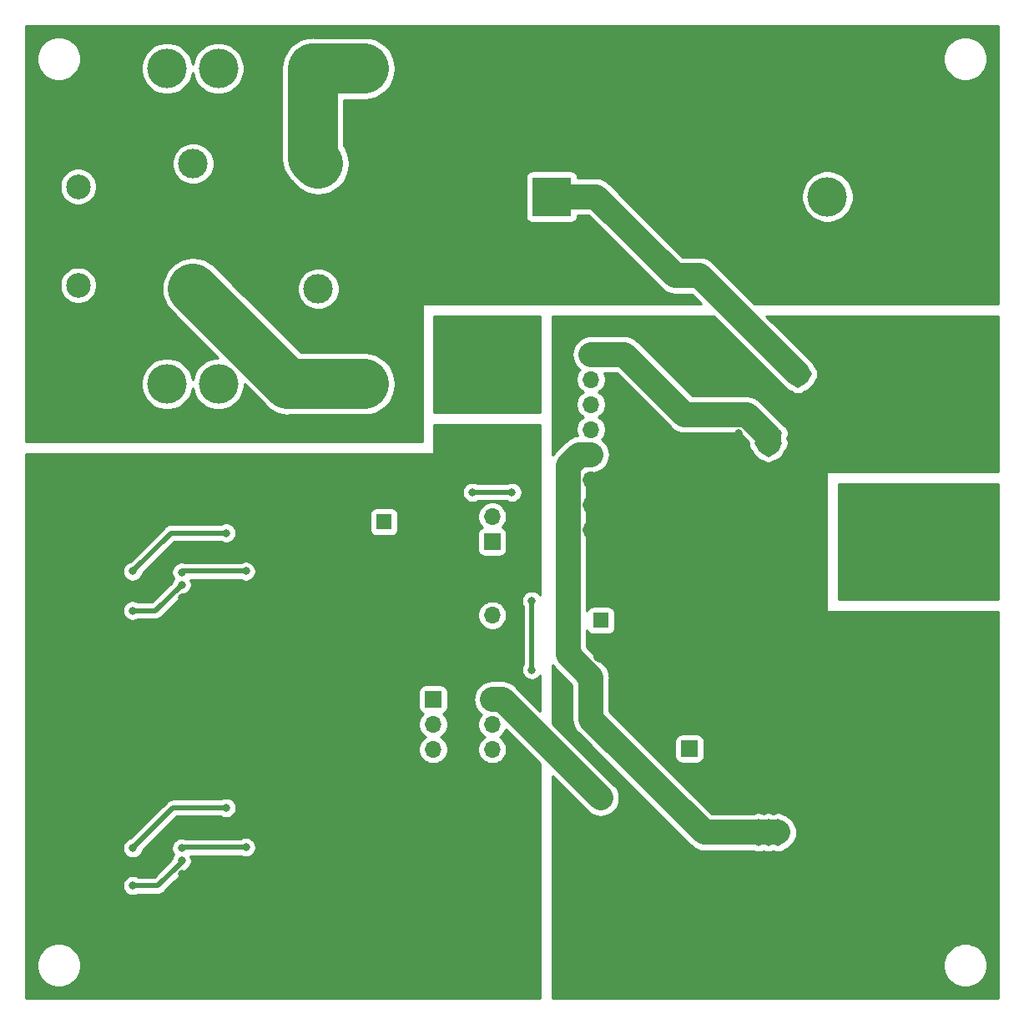
<source format=gbl>
G04 #@! TF.GenerationSoftware,KiCad,Pcbnew,5.1.5+dfsg1-2build2*
G04 #@! TF.CreationDate,2020-07-08T13:44:09-04:00*
G04 #@! TF.ProjectId,psu,7073752e-6b69-4636-9164-5f7063625858,rev?*
G04 #@! TF.SameCoordinates,Original*
G04 #@! TF.FileFunction,Copper,L2,Bot*
G04 #@! TF.FilePolarity,Positive*
%FSLAX46Y46*%
G04 Gerber Fmt 4.6, Leading zero omitted, Abs format (unit mm)*
G04 Created by KiCad (PCBNEW 5.1.5+dfsg1-2build2) date 2020-07-08 13:44:09*
%MOMM*%
%LPD*%
G04 APERTURE LIST*
%ADD10C,2.500000*%
%ADD11O,1.700000X1.700000*%
%ADD12R,1.700000X1.700000*%
%ADD13C,4.000000*%
%ADD14C,3.000000*%
%ADD15C,1.600000*%
%ADD16R,1.600000X1.600000*%
%ADD17R,4.000000X4.000000*%
%ADD18C,0.800000*%
%ADD19C,0.250000*%
%ADD20C,0.508000*%
%ADD21C,2.540000*%
%ADD22C,5.080000*%
%ADD23C,0.254000*%
G04 APERTURE END LIST*
D10*
X31000000Y-37000000D03*
X31000000Y-42000000D03*
X31000000Y-47000000D03*
D11*
X73000000Y-70460000D03*
D12*
X73000000Y-73000000D03*
D11*
X90460000Y-94000000D03*
D12*
X93000000Y-94000000D03*
D11*
X67000000Y-101700000D03*
X67000000Y-99160000D03*
X67000000Y-96620000D03*
X67000000Y-94080000D03*
X67000000Y-91540000D03*
D12*
X67000000Y-89000000D03*
D11*
X83000000Y-71780000D03*
X83000000Y-69240000D03*
X83000000Y-66700000D03*
X83000000Y-64160000D03*
X83000000Y-61620000D03*
X83000000Y-59080000D03*
X83000000Y-56540000D03*
D12*
X83000000Y-54000000D03*
D11*
X73000000Y-101700000D03*
X73000000Y-99160000D03*
X73000000Y-96620000D03*
X73000000Y-94080000D03*
X73000000Y-91540000D03*
D12*
X73000000Y-89000000D03*
D13*
X54800000Y-57000000D03*
X45200000Y-57000000D03*
X40000000Y-57000000D03*
X60000000Y-57000000D03*
X54800000Y-25000000D03*
X45200000Y-25000000D03*
X40000000Y-25000000D03*
X60000000Y-25000000D03*
D11*
X73000000Y-80460000D03*
D12*
X73000000Y-83000000D03*
D14*
X55350000Y-34650000D03*
X42650000Y-34650000D03*
X42650000Y-47350000D03*
X55350000Y-47350000D03*
D15*
X65500000Y-71000000D03*
D16*
X62000000Y-71000000D03*
X84000000Y-99000000D03*
D15*
X84000000Y-102500000D03*
X84000000Y-84500000D03*
D16*
X84000000Y-81000000D03*
D13*
X107000000Y-38000000D03*
D17*
X107000000Y-28000000D03*
D13*
X79000000Y-28000000D03*
D17*
X79000000Y-38000000D03*
D18*
X30000000Y-62000000D03*
X33000000Y-62000000D03*
X116000000Y-48000000D03*
X119000000Y-48000000D03*
X118000000Y-47000000D03*
X120000000Y-47000000D03*
X120000000Y-48000000D03*
X119000000Y-47000000D03*
X118000000Y-48000000D03*
X117000000Y-48000000D03*
X117000000Y-47000000D03*
X116000000Y-47000000D03*
X115000000Y-47000000D03*
X115000000Y-48000000D03*
X29000000Y-62000000D03*
X29000000Y-61000000D03*
X30000000Y-61000000D03*
X31000000Y-61000000D03*
X31000000Y-62000000D03*
X32000000Y-62000000D03*
X32000000Y-61000000D03*
X33000000Y-61000000D03*
X34000000Y-61000000D03*
X34000000Y-62000000D03*
X104000000Y-57000000D03*
X36500000Y-80000000D03*
X41475000Y-77365000D03*
X36525000Y-107905000D03*
X41475000Y-105365000D03*
X103000000Y-55000000D03*
X104000000Y-55000000D03*
X105000000Y-56000000D03*
X104000000Y-56000000D03*
X103000000Y-56000000D03*
X110000000Y-76000000D03*
X110000000Y-78000000D03*
X112000000Y-78000000D03*
X112000000Y-76000000D03*
X114000000Y-76000000D03*
X114000000Y-78000000D03*
X118000000Y-78000000D03*
X116000000Y-78000000D03*
X116000000Y-76000000D03*
X118000000Y-76000000D03*
X118000000Y-74000000D03*
X116000000Y-74000000D03*
X112000000Y-74000000D03*
X110000000Y-74000000D03*
X110000000Y-72000000D03*
X112000000Y-72000000D03*
X114000000Y-72000000D03*
X116000000Y-72000000D03*
X118000000Y-72000000D03*
X118000000Y-70000000D03*
X116000000Y-70000000D03*
X114000000Y-70000000D03*
X112000000Y-70000000D03*
X110000000Y-70000000D03*
X110000000Y-68000000D03*
X112000000Y-68000000D03*
X114000000Y-68000000D03*
X116000000Y-68000000D03*
X118000000Y-68000000D03*
X120000000Y-68000000D03*
X122000000Y-68000000D03*
X124000000Y-68000000D03*
X124000000Y-70000000D03*
X122000000Y-70000000D03*
X120000000Y-70000000D03*
X120000000Y-72000000D03*
X122000000Y-72000000D03*
X124000000Y-72000000D03*
X124000000Y-74000000D03*
X120000000Y-74000000D03*
X122000000Y-74000000D03*
X120000000Y-76000000D03*
X122000000Y-76000000D03*
X124000000Y-76000000D03*
X124000000Y-78000000D03*
X122000000Y-78000000D03*
X120000000Y-78000000D03*
X115000000Y-51000000D03*
X103000000Y-70000000D03*
X105000000Y-70000000D03*
X80000000Y-110000000D03*
X80000000Y-106000000D03*
X116000000Y-51000000D03*
X110000000Y-65000000D03*
X110000000Y-63000000D03*
X110000000Y-61000000D03*
X110000000Y-59000000D03*
X110000000Y-57000000D03*
X110000000Y-55000000D03*
X112000000Y-55000000D03*
X112000000Y-57000000D03*
X112000000Y-59000000D03*
X112000000Y-61000000D03*
X112000000Y-63000000D03*
X112000000Y-65000000D03*
X114000000Y-65000000D03*
X114000000Y-63000000D03*
X114000000Y-61000000D03*
X114000000Y-59000000D03*
X114000000Y-57000000D03*
X114000000Y-55000000D03*
X116000000Y-55000000D03*
X116000000Y-57000000D03*
X116000000Y-59000000D03*
X116000000Y-61000000D03*
X116000000Y-63000000D03*
X116000000Y-65000000D03*
X118000000Y-65000000D03*
X118000000Y-63000000D03*
X118000000Y-61000000D03*
X118000000Y-59000000D03*
X118000000Y-57000000D03*
X118000000Y-55000000D03*
X120000000Y-95000000D03*
X122000000Y-95000000D03*
X124000000Y-95000000D03*
X124000000Y-97000000D03*
X122000000Y-97000000D03*
X120000000Y-97000000D03*
X120000000Y-99000000D03*
X122000000Y-99000000D03*
X124000000Y-99000000D03*
X124000000Y-101000000D03*
X122000000Y-101000000D03*
X120000000Y-101000000D03*
X118000000Y-101000000D03*
X118000000Y-99000000D03*
X118000000Y-97000000D03*
X118000000Y-95000000D03*
X118000000Y-93000000D03*
X116000000Y-93000000D03*
X124000000Y-103000000D03*
X122000000Y-103000000D03*
X120000000Y-103000000D03*
X118000000Y-103000000D03*
X116000000Y-95000000D03*
X114000000Y-93000000D03*
X114000000Y-95000000D03*
X114000000Y-97000000D03*
X114000000Y-99000000D03*
X114000000Y-101000000D03*
X116000000Y-101000000D03*
X116000000Y-99000000D03*
X114000000Y-103000000D03*
X116000000Y-103000000D03*
X116000000Y-97000000D03*
X112000000Y-93000000D03*
X112000000Y-95000000D03*
X110000000Y-95000000D03*
X110000000Y-93000000D03*
X110000000Y-81000000D03*
X110000000Y-83000000D03*
X110000000Y-85000000D03*
X110000000Y-87000000D03*
X110000000Y-89000000D03*
X110000000Y-91000000D03*
X112000000Y-91000000D03*
X112000000Y-89000000D03*
X112000000Y-87000000D03*
X112000000Y-85000000D03*
X112000000Y-83000000D03*
X112000000Y-81000000D03*
X114000000Y-81000000D03*
X114000000Y-83000000D03*
X114000000Y-85000000D03*
X114000000Y-87000000D03*
X114000000Y-89000000D03*
X114000000Y-91000000D03*
X116000000Y-91000000D03*
X116000000Y-89000000D03*
X116000000Y-87000000D03*
X116000000Y-85000000D03*
X116000000Y-83000000D03*
X116000000Y-81000000D03*
X118000000Y-81000000D03*
X118000000Y-83000000D03*
X118000000Y-85000000D03*
X118000000Y-87000000D03*
X118000000Y-89000000D03*
X118000000Y-91000000D03*
X124000000Y-57000000D03*
X124000000Y-59000000D03*
X124000000Y-61000000D03*
X124000000Y-63000000D03*
X124000000Y-65000000D03*
X122000000Y-65000000D03*
X122000000Y-63000000D03*
X122000000Y-61000000D03*
X122000000Y-59000000D03*
X120000000Y-59000000D03*
X120000000Y-61000000D03*
X120000000Y-63000000D03*
X120000000Y-65000000D03*
X124000000Y-81000000D03*
X122000000Y-81000000D03*
X120000000Y-81000000D03*
X120000000Y-83000000D03*
X122000000Y-83000000D03*
X124000000Y-83000000D03*
X124000000Y-85000000D03*
X122000000Y-85000000D03*
X120000000Y-85000000D03*
X120000000Y-87000000D03*
X122000000Y-87000000D03*
X124000000Y-87000000D03*
X120000000Y-89000000D03*
X122000000Y-89000000D03*
X124000000Y-89000000D03*
X120000000Y-91000000D03*
X122000000Y-91000000D03*
X124000000Y-91000000D03*
X124000000Y-93000000D03*
X122000000Y-93000000D03*
X120000000Y-93000000D03*
X122000000Y-57000000D03*
X120000000Y-57000000D03*
X120000000Y-55000000D03*
X122000000Y-55000000D03*
X124000000Y-55000000D03*
X124000000Y-53000000D03*
X122000000Y-53000000D03*
X120000000Y-53000000D03*
X119000000Y-51000000D03*
X120000000Y-51000000D03*
X120000000Y-52000000D03*
X119000000Y-52000000D03*
X118000000Y-52000000D03*
X118000000Y-51000000D03*
X98000000Y-57000000D03*
X98000000Y-62000000D03*
X98000000Y-70000000D03*
X98000000Y-75000000D03*
X98000000Y-83000000D03*
X98000000Y-88000000D03*
X98000000Y-96000000D03*
X98000000Y-99000000D03*
X117000000Y-51000000D03*
X117000000Y-52000000D03*
X116000000Y-52000000D03*
X115000000Y-52000000D03*
X80000000Y-105000000D03*
X81000000Y-105000000D03*
X81000000Y-106000000D03*
X81000000Y-107000000D03*
X80000000Y-107000000D03*
X80000000Y-109000000D03*
X81000000Y-109000000D03*
X81000000Y-110000000D03*
X81000000Y-111000000D03*
X80000000Y-111000000D03*
X97000000Y-76000000D03*
X97000000Y-77000000D03*
X96000000Y-77000000D03*
X96000000Y-76000000D03*
X96000000Y-75000000D03*
X95000000Y-77000000D03*
X95000000Y-76000000D03*
X95000000Y-75000000D03*
X89500000Y-89000000D03*
X80500000Y-89000000D03*
X90000000Y-86000000D03*
X102000000Y-62000000D03*
X101000000Y-64000000D03*
X100000000Y-63000000D03*
X101000000Y-62000000D03*
X101000000Y-63000000D03*
X100000000Y-62000000D03*
X102000000Y-63000000D03*
X34000000Y-78000000D03*
X32000000Y-78000000D03*
X30000000Y-78000000D03*
X30000000Y-80000000D03*
X32000000Y-80000000D03*
X34000000Y-80000000D03*
X34000000Y-82000000D03*
X32000000Y-82000000D03*
X30000000Y-82000000D03*
X30000000Y-84000000D03*
X32000000Y-84000000D03*
X34000000Y-84000000D03*
X34000000Y-86000000D03*
X32000000Y-86000000D03*
X30000000Y-86000000D03*
X32000000Y-76000000D03*
X34000000Y-76000000D03*
X34000000Y-72000000D03*
X34000000Y-70000000D03*
X32000000Y-70000000D03*
X32000000Y-72000000D03*
X30000000Y-72000000D03*
X30000000Y-70000000D03*
X34000000Y-104000000D03*
X32000000Y-104000000D03*
X32000000Y-106000000D03*
X34000000Y-106000000D03*
X34000000Y-108000000D03*
X32000000Y-108000000D03*
X32000000Y-110000000D03*
X34000000Y-110000000D03*
X34000000Y-112000000D03*
X32000000Y-112000000D03*
X34000000Y-114000000D03*
X30000000Y-112000000D03*
X30000000Y-110000000D03*
X30000000Y-108000000D03*
X30000000Y-106000000D03*
X30000000Y-104000000D03*
X30000000Y-102000000D03*
X32000000Y-102000000D03*
X34000000Y-102000000D03*
X34000000Y-100000000D03*
X32000000Y-100000000D03*
X30000000Y-100000000D03*
X34000000Y-98000000D03*
X32000000Y-98000000D03*
X30000000Y-98000000D03*
X36000000Y-114000000D03*
X35000000Y-114000000D03*
X35000000Y-113000000D03*
X36000000Y-113000000D03*
X36000000Y-112000000D03*
X35000000Y-112000000D03*
X37000000Y-106000000D03*
X36000000Y-106000000D03*
X75000000Y-66000000D03*
X75000000Y-65000000D03*
X75000000Y-64000000D03*
X75000000Y-63000000D03*
X75000000Y-62000000D03*
X46000000Y-102000000D03*
X52000000Y-99000000D03*
X51000000Y-99000000D03*
X50000000Y-99000000D03*
X49000000Y-99000000D03*
X35000000Y-99000000D03*
X36000000Y-99000000D03*
X37000000Y-99000000D03*
X38000000Y-99000000D03*
X52000000Y-104000000D03*
X52000000Y-106000000D03*
X52000000Y-105000000D03*
X38000000Y-71000000D03*
X35000000Y-71000000D03*
X36000000Y-71000000D03*
X37000000Y-71000000D03*
X35000000Y-86000000D03*
X36000000Y-86000000D03*
X36000000Y-85000000D03*
X35000000Y-85000000D03*
X35000000Y-84000000D03*
X36000000Y-84000000D03*
X36000000Y-78000000D03*
X37000000Y-78000000D03*
X52000000Y-76000000D03*
X52000000Y-78000000D03*
X52000000Y-77000000D03*
X52000000Y-71000000D03*
X49000000Y-71000000D03*
X50000000Y-71000000D03*
X51000000Y-71000000D03*
X45000000Y-78000000D03*
X46000000Y-74000000D03*
X77000000Y-110000000D03*
X77000000Y-106000000D03*
X33000000Y-65000000D03*
X30000000Y-65000000D03*
X34000000Y-65000000D03*
X34000000Y-66000000D03*
X33000000Y-66000000D03*
X32000000Y-66000000D03*
X32000000Y-65000000D03*
X31000000Y-65000000D03*
X31000000Y-66000000D03*
X30000000Y-66000000D03*
X29000000Y-66000000D03*
X29000000Y-65000000D03*
X77000000Y-109000000D03*
X76000000Y-109000000D03*
X76000000Y-110000000D03*
X76000000Y-111000000D03*
X77000000Y-111000000D03*
X77000000Y-107000000D03*
X76000000Y-107000000D03*
X76000000Y-106000000D03*
X76000000Y-105000000D03*
X77000000Y-105000000D03*
X41475000Y-78635000D03*
X41523870Y-106683870D03*
X45000000Y-106000000D03*
X48000000Y-76000000D03*
X41475000Y-76095000D03*
X36500000Y-76000000D03*
X46000000Y-72125000D03*
X48000000Y-104000000D03*
X41475000Y-104095000D03*
X46000000Y-100000000D03*
X36525000Y-104095000D03*
X100000000Y-101500000D03*
X101000000Y-101500000D03*
X102000000Y-101500000D03*
X101000000Y-102500000D03*
X100000000Y-102500000D03*
X100000000Y-103500000D03*
X101000000Y-103500000D03*
X102000000Y-103500000D03*
X102000000Y-102500000D03*
X77000000Y-86000000D03*
X77000000Y-79000000D03*
X75000000Y-68000000D03*
X71000000Y-68000000D03*
X68500000Y-59000000D03*
X72500000Y-59000000D03*
X76500000Y-59000000D03*
X68500000Y-51000000D03*
X72500000Y-55000000D03*
X68500000Y-55000000D03*
X76500000Y-55000000D03*
X76500000Y-51000000D03*
X72500000Y-51000000D03*
X76500000Y-57000000D03*
X76500000Y-53000000D03*
X68500000Y-53000000D03*
X68500000Y-57000000D03*
X72500000Y-57000000D03*
X74500000Y-57000000D03*
X70500000Y-57000000D03*
X70500000Y-59000000D03*
X74500000Y-59000000D03*
X74500000Y-55000000D03*
X70500000Y-55000000D03*
X70500000Y-53000000D03*
X72500000Y-53000000D03*
X74500000Y-53000000D03*
X74500000Y-51000000D03*
X70500000Y-51000000D03*
D19*
X120000000Y-48000000D02*
X119000000Y-47000000D01*
X118000000Y-47000000D02*
X119000000Y-47000000D01*
X119000000Y-47000000D02*
X120000000Y-47000000D01*
X119000000Y-48000000D02*
X118000000Y-48000000D01*
X117000000Y-48000000D02*
X117000000Y-47000000D01*
X116000000Y-47000000D02*
X115000000Y-47000000D01*
X29000000Y-62000000D02*
X29000000Y-61000000D01*
X30000000Y-61000000D02*
X31000000Y-61000000D01*
X33000000Y-62000000D02*
X32000000Y-62000000D01*
X32000000Y-61000000D02*
X33000000Y-61000000D01*
X34000000Y-61000000D02*
X34000000Y-62000000D01*
D20*
X38840000Y-80000000D02*
X41475000Y-77365000D01*
X36500000Y-80000000D02*
X38840000Y-80000000D01*
X41500000Y-105500000D02*
X39095000Y-107905000D01*
X39095000Y-107905000D02*
X36525000Y-107905000D01*
X39095000Y-107905000D02*
X41100001Y-105899999D01*
X41100001Y-105899999D02*
X41500000Y-105500000D01*
D21*
X83540000Y-38000000D02*
X91540000Y-46000000D01*
X79000000Y-38000000D02*
X83540000Y-38000000D01*
X91540000Y-46000000D02*
X94000000Y-46000000D01*
X94000000Y-46000000D02*
X104000000Y-56000000D01*
D19*
X119000000Y-51000000D02*
X120000000Y-51000000D01*
X120000000Y-52000000D02*
X119000000Y-52000000D01*
X118000000Y-52000000D02*
X118000000Y-51000000D01*
X116000000Y-51000000D02*
X117000000Y-51000000D01*
X116000000Y-52000000D02*
X115000000Y-52000000D01*
X80000000Y-106000000D02*
X80000000Y-105000000D01*
X81000000Y-105000000D02*
X81000000Y-106000000D01*
X81000000Y-107000000D02*
X80000000Y-107000000D01*
X80000000Y-109000000D02*
X81000000Y-109000000D01*
X81000000Y-110000000D02*
X81000000Y-111000000D01*
D21*
X101000000Y-62434315D02*
X101000000Y-63000000D01*
X101000000Y-62300000D02*
X101000000Y-62434315D01*
X98829999Y-60129999D02*
X101000000Y-62300000D01*
X92519999Y-60129999D02*
X98829999Y-60129999D01*
X86390000Y-54000000D02*
X92519999Y-60129999D01*
X83000000Y-54000000D02*
X86390000Y-54000000D01*
D19*
X34000000Y-65000000D02*
X34000000Y-66000000D01*
X33000000Y-66000000D02*
X32000000Y-66000000D01*
X30000000Y-65000000D02*
X31000000Y-65000000D01*
X31000000Y-66000000D02*
X30000000Y-66000000D01*
X29000000Y-66000000D02*
X29000000Y-65000000D01*
X77000000Y-110000000D02*
X77000000Y-109000000D01*
X76000000Y-109000000D02*
X76000000Y-110000000D01*
X76000000Y-111000000D02*
X77000000Y-111000000D01*
X77000000Y-107000000D02*
X76000000Y-107000000D01*
X76000000Y-106000000D02*
X76000000Y-105000000D01*
D20*
X48000000Y-76000000D02*
X41570000Y-76000000D01*
X41570000Y-76000000D02*
X41475000Y-76095000D01*
X40375000Y-72125000D02*
X46000000Y-72125000D01*
X36500000Y-76000000D02*
X40375000Y-72125000D01*
X48000000Y-104000000D02*
X41570000Y-104000000D01*
X41570000Y-104000000D02*
X41475000Y-104095000D01*
X46000000Y-100000000D02*
X40620000Y-100000000D01*
X40620000Y-100000000D02*
X36525000Y-104095000D01*
D21*
X74000000Y-89000000D02*
X84000000Y-99000000D01*
X73000000Y-89000000D02*
X74000000Y-89000000D01*
X100434315Y-102500000D02*
X101000000Y-102500000D01*
X98732398Y-102500000D02*
X100434315Y-102500000D01*
X80679999Y-65277920D02*
X80679999Y-84447601D01*
X81797919Y-64160000D02*
X80679999Y-65277920D01*
X83000000Y-64160000D02*
X81797919Y-64160000D01*
X102000000Y-102500000D02*
X98732398Y-102500000D01*
X80679999Y-84447601D02*
X83000000Y-86767602D01*
X83000000Y-86767602D02*
X83000000Y-91000000D01*
X94500000Y-102500000D02*
X102000000Y-102500000D01*
X83000000Y-91000000D02*
X94500000Y-102500000D01*
D22*
X60000000Y-25000000D02*
X54800000Y-25000000D01*
X54800000Y-34100000D02*
X55350000Y-34650000D01*
X54800000Y-25000000D02*
X54800000Y-34100000D01*
X60000000Y-57000000D02*
X54800000Y-57000000D01*
X52300000Y-57000000D02*
X42650000Y-47350000D01*
X54800000Y-57000000D02*
X52300000Y-57000000D01*
D20*
X77000000Y-86000000D02*
X77000000Y-79000000D01*
X75000000Y-68000000D02*
X71000000Y-68000000D01*
D23*
G36*
X124340000Y-48873000D02*
G01*
X99567076Y-48873000D01*
X95413220Y-44719145D01*
X95353556Y-44646444D01*
X95063482Y-44408387D01*
X94732539Y-44231494D01*
X94373445Y-44122564D01*
X94093582Y-44095000D01*
X94093580Y-44095000D01*
X94000000Y-44085783D01*
X93906420Y-44095000D01*
X92329077Y-44095000D01*
X85974551Y-37740475D01*
X104365000Y-37740475D01*
X104365000Y-38259525D01*
X104466261Y-38768601D01*
X104664893Y-39248141D01*
X104953262Y-39679715D01*
X105320285Y-40046738D01*
X105751859Y-40335107D01*
X106231399Y-40533739D01*
X106740475Y-40635000D01*
X107259525Y-40635000D01*
X107768601Y-40533739D01*
X108248141Y-40335107D01*
X108679715Y-40046738D01*
X109046738Y-39679715D01*
X109335107Y-39248141D01*
X109533739Y-38768601D01*
X109635000Y-38259525D01*
X109635000Y-37740475D01*
X109533739Y-37231399D01*
X109335107Y-36751859D01*
X109046738Y-36320285D01*
X108679715Y-35953262D01*
X108248141Y-35664893D01*
X107768601Y-35466261D01*
X107259525Y-35365000D01*
X106740475Y-35365000D01*
X106231399Y-35466261D01*
X105751859Y-35664893D01*
X105320285Y-35953262D01*
X104953262Y-36320285D01*
X104664893Y-36751859D01*
X104466261Y-37231399D01*
X104365000Y-37740475D01*
X85974551Y-37740475D01*
X84953220Y-36719145D01*
X84893556Y-36646444D01*
X84603482Y-36408387D01*
X84272539Y-36231494D01*
X83913445Y-36122564D01*
X83633582Y-36095000D01*
X83633580Y-36095000D01*
X83540000Y-36085783D01*
X83446420Y-36095000D01*
X81638072Y-36095000D01*
X81638072Y-36000000D01*
X81625812Y-35875518D01*
X81589502Y-35755820D01*
X81530537Y-35645506D01*
X81451185Y-35548815D01*
X81354494Y-35469463D01*
X81244180Y-35410498D01*
X81124482Y-35374188D01*
X81000000Y-35361928D01*
X77000000Y-35361928D01*
X76875518Y-35374188D01*
X76755820Y-35410498D01*
X76645506Y-35469463D01*
X76548815Y-35548815D01*
X76469463Y-35645506D01*
X76410498Y-35755820D01*
X76374188Y-35875518D01*
X76361928Y-36000000D01*
X76361928Y-40000000D01*
X76374188Y-40124482D01*
X76410498Y-40244180D01*
X76469463Y-40354494D01*
X76548815Y-40451185D01*
X76645506Y-40530537D01*
X76755820Y-40589502D01*
X76875518Y-40625812D01*
X77000000Y-40638072D01*
X81000000Y-40638072D01*
X81124482Y-40625812D01*
X81244180Y-40589502D01*
X81354494Y-40530537D01*
X81451185Y-40451185D01*
X81530537Y-40354494D01*
X81589502Y-40244180D01*
X81625812Y-40124482D01*
X81638072Y-40000000D01*
X81638072Y-39905000D01*
X82750925Y-39905000D01*
X90126788Y-47280865D01*
X90186444Y-47353556D01*
X90476518Y-47591613D01*
X90807461Y-47768506D01*
X91166555Y-47877436D01*
X91446418Y-47905000D01*
X91446427Y-47905000D01*
X91539999Y-47914216D01*
X91633571Y-47905000D01*
X93210925Y-47905000D01*
X94178925Y-48873000D01*
X66000000Y-48873000D01*
X65975224Y-48875440D01*
X65951399Y-48882667D01*
X65929443Y-48894403D01*
X65910197Y-48910197D01*
X65894403Y-48929443D01*
X65882667Y-48951399D01*
X65875440Y-48975224D01*
X65873000Y-49000000D01*
X65873000Y-62873000D01*
X25660000Y-62873000D01*
X25660000Y-56740475D01*
X37365000Y-56740475D01*
X37365000Y-57259525D01*
X37466261Y-57768601D01*
X37664893Y-58248141D01*
X37953262Y-58679715D01*
X38320285Y-59046738D01*
X38751859Y-59335107D01*
X39231399Y-59533739D01*
X39740475Y-59635000D01*
X40259525Y-59635000D01*
X40768601Y-59533739D01*
X41248141Y-59335107D01*
X41679715Y-59046738D01*
X42046738Y-58679715D01*
X42335107Y-58248141D01*
X42533739Y-57768601D01*
X42600000Y-57435483D01*
X42666261Y-57768601D01*
X42864893Y-58248141D01*
X43153262Y-58679715D01*
X43520285Y-59046738D01*
X43951859Y-59335107D01*
X44431399Y-59533739D01*
X44940475Y-59635000D01*
X45459525Y-59635000D01*
X45968601Y-59533739D01*
X46448141Y-59335107D01*
X46879715Y-59046738D01*
X47246738Y-58679715D01*
X47535107Y-58248141D01*
X47733739Y-57768601D01*
X47835000Y-57259525D01*
X47835000Y-57025128D01*
X49944643Y-59134771D01*
X50044073Y-59255927D01*
X50357511Y-59513158D01*
X50527530Y-59652689D01*
X51079101Y-59947510D01*
X51677591Y-60129060D01*
X52300000Y-60190362D01*
X52455973Y-60175000D01*
X60155973Y-60175000D01*
X60622409Y-60129060D01*
X61220899Y-59947510D01*
X61772470Y-59652689D01*
X62255927Y-59255927D01*
X62652689Y-58772470D01*
X62947510Y-58220899D01*
X63129060Y-57622409D01*
X63190362Y-57000000D01*
X63129060Y-56377591D01*
X62947510Y-55779101D01*
X62652689Y-55227530D01*
X62255927Y-54744073D01*
X61772470Y-54347311D01*
X61220899Y-54052490D01*
X60622409Y-53870940D01*
X60155973Y-53825000D01*
X53615128Y-53825000D01*
X46929849Y-47139721D01*
X53215000Y-47139721D01*
X53215000Y-47560279D01*
X53297047Y-47972756D01*
X53457988Y-48361302D01*
X53691637Y-48710983D01*
X53989017Y-49008363D01*
X54338698Y-49242012D01*
X54727244Y-49402953D01*
X55139721Y-49485000D01*
X55560279Y-49485000D01*
X55972756Y-49402953D01*
X56361302Y-49242012D01*
X56710983Y-49008363D01*
X57008363Y-48710983D01*
X57242012Y-48361302D01*
X57402953Y-47972756D01*
X57485000Y-47560279D01*
X57485000Y-47139721D01*
X57402953Y-46727244D01*
X57242012Y-46338698D01*
X57008363Y-45989017D01*
X56710983Y-45691637D01*
X56361302Y-45457988D01*
X55972756Y-45297047D01*
X55560279Y-45215000D01*
X55139721Y-45215000D01*
X54727244Y-45297047D01*
X54338698Y-45457988D01*
X53989017Y-45691637D01*
X53691637Y-45989017D01*
X53457988Y-46338698D01*
X53297047Y-46727244D01*
X53215000Y-47139721D01*
X46929849Y-47139721D01*
X44784774Y-44994647D01*
X44422469Y-44697311D01*
X43870898Y-44402490D01*
X43272408Y-44220941D01*
X42650000Y-44159638D01*
X42027592Y-44220941D01*
X41429102Y-44402490D01*
X40877531Y-44697311D01*
X40394074Y-45094074D01*
X39997311Y-45577531D01*
X39702490Y-46129102D01*
X39520941Y-46727592D01*
X39459638Y-47350000D01*
X39520941Y-47972408D01*
X39702490Y-48570898D01*
X39997311Y-49122469D01*
X40294647Y-49484774D01*
X45174873Y-54365000D01*
X44940475Y-54365000D01*
X44431399Y-54466261D01*
X43951859Y-54664893D01*
X43520285Y-54953262D01*
X43153262Y-55320285D01*
X42864893Y-55751859D01*
X42666261Y-56231399D01*
X42600000Y-56564517D01*
X42533739Y-56231399D01*
X42335107Y-55751859D01*
X42046738Y-55320285D01*
X41679715Y-54953262D01*
X41248141Y-54664893D01*
X40768601Y-54466261D01*
X40259525Y-54365000D01*
X39740475Y-54365000D01*
X39231399Y-54466261D01*
X38751859Y-54664893D01*
X38320285Y-54953262D01*
X37953262Y-55320285D01*
X37664893Y-55751859D01*
X37466261Y-56231399D01*
X37365000Y-56740475D01*
X25660000Y-56740475D01*
X25660000Y-46814344D01*
X29115000Y-46814344D01*
X29115000Y-47185656D01*
X29187439Y-47549834D01*
X29329534Y-47892882D01*
X29535825Y-48201618D01*
X29798382Y-48464175D01*
X30107118Y-48670466D01*
X30450166Y-48812561D01*
X30814344Y-48885000D01*
X31185656Y-48885000D01*
X31549834Y-48812561D01*
X31892882Y-48670466D01*
X32201618Y-48464175D01*
X32464175Y-48201618D01*
X32670466Y-47892882D01*
X32812561Y-47549834D01*
X32885000Y-47185656D01*
X32885000Y-46814344D01*
X32812561Y-46450166D01*
X32670466Y-46107118D01*
X32464175Y-45798382D01*
X32201618Y-45535825D01*
X31892882Y-45329534D01*
X31549834Y-45187439D01*
X31185656Y-45115000D01*
X30814344Y-45115000D01*
X30450166Y-45187439D01*
X30107118Y-45329534D01*
X29798382Y-45535825D01*
X29535825Y-45798382D01*
X29329534Y-46107118D01*
X29187439Y-46450166D01*
X29115000Y-46814344D01*
X25660000Y-46814344D01*
X25660000Y-36814344D01*
X29115000Y-36814344D01*
X29115000Y-37185656D01*
X29187439Y-37549834D01*
X29329534Y-37892882D01*
X29535825Y-38201618D01*
X29798382Y-38464175D01*
X30107118Y-38670466D01*
X30450166Y-38812561D01*
X30814344Y-38885000D01*
X31185656Y-38885000D01*
X31549834Y-38812561D01*
X31892882Y-38670466D01*
X32201618Y-38464175D01*
X32464175Y-38201618D01*
X32670466Y-37892882D01*
X32812561Y-37549834D01*
X32885000Y-37185656D01*
X32885000Y-36814344D01*
X32812561Y-36450166D01*
X32670466Y-36107118D01*
X32464175Y-35798382D01*
X32201618Y-35535825D01*
X31892882Y-35329534D01*
X31549834Y-35187439D01*
X31185656Y-35115000D01*
X30814344Y-35115000D01*
X30450166Y-35187439D01*
X30107118Y-35329534D01*
X29798382Y-35535825D01*
X29535825Y-35798382D01*
X29329534Y-36107118D01*
X29187439Y-36450166D01*
X29115000Y-36814344D01*
X25660000Y-36814344D01*
X25660000Y-34439721D01*
X40515000Y-34439721D01*
X40515000Y-34860279D01*
X40597047Y-35272756D01*
X40757988Y-35661302D01*
X40991637Y-36010983D01*
X41289017Y-36308363D01*
X41638698Y-36542012D01*
X42027244Y-36702953D01*
X42439721Y-36785000D01*
X42860279Y-36785000D01*
X43272756Y-36702953D01*
X43661302Y-36542012D01*
X44010983Y-36308363D01*
X44308363Y-36010983D01*
X44542012Y-35661302D01*
X44702953Y-35272756D01*
X44785000Y-34860279D01*
X44785000Y-34439721D01*
X44702953Y-34027244D01*
X44542012Y-33638698D01*
X44308363Y-33289017D01*
X44010983Y-32991637D01*
X43661302Y-32757988D01*
X43272756Y-32597047D01*
X42860279Y-32515000D01*
X42439721Y-32515000D01*
X42027244Y-32597047D01*
X41638698Y-32757988D01*
X41289017Y-32991637D01*
X40991637Y-33289017D01*
X40757988Y-33638698D01*
X40597047Y-34027244D01*
X40515000Y-34439721D01*
X25660000Y-34439721D01*
X25660000Y-23779872D01*
X26765000Y-23779872D01*
X26765000Y-24220128D01*
X26850890Y-24651925D01*
X27019369Y-25058669D01*
X27263962Y-25424729D01*
X27575271Y-25736038D01*
X27941331Y-25980631D01*
X28348075Y-26149110D01*
X28779872Y-26235000D01*
X29220128Y-26235000D01*
X29651925Y-26149110D01*
X30058669Y-25980631D01*
X30424729Y-25736038D01*
X30736038Y-25424729D01*
X30980631Y-25058669D01*
X31112431Y-24740475D01*
X37365000Y-24740475D01*
X37365000Y-25259525D01*
X37466261Y-25768601D01*
X37664893Y-26248141D01*
X37953262Y-26679715D01*
X38320285Y-27046738D01*
X38751859Y-27335107D01*
X39231399Y-27533739D01*
X39740475Y-27635000D01*
X40259525Y-27635000D01*
X40768601Y-27533739D01*
X41248141Y-27335107D01*
X41679715Y-27046738D01*
X42046738Y-26679715D01*
X42335107Y-26248141D01*
X42533739Y-25768601D01*
X42600000Y-25435483D01*
X42666261Y-25768601D01*
X42864893Y-26248141D01*
X43153262Y-26679715D01*
X43520285Y-27046738D01*
X43951859Y-27335107D01*
X44431399Y-27533739D01*
X44940475Y-27635000D01*
X45459525Y-27635000D01*
X45968601Y-27533739D01*
X46448141Y-27335107D01*
X46879715Y-27046738D01*
X47246738Y-26679715D01*
X47535107Y-26248141D01*
X47733739Y-25768601D01*
X47835000Y-25259525D01*
X47835000Y-25000000D01*
X51609638Y-25000000D01*
X51625000Y-25155973D01*
X51625001Y-33944020D01*
X51609638Y-34100000D01*
X51670941Y-34722408D01*
X51852490Y-35320898D01*
X52147311Y-35872469D01*
X52147312Y-35872470D01*
X52544074Y-36355927D01*
X52665230Y-36455357D01*
X53215226Y-37005353D01*
X53577530Y-37302688D01*
X54129102Y-37597509D01*
X54727591Y-37779059D01*
X55349999Y-37840362D01*
X55972408Y-37779059D01*
X56570898Y-37597509D01*
X57122469Y-37302688D01*
X57605926Y-36905926D01*
X58002688Y-36422469D01*
X58297509Y-35870898D01*
X58479059Y-35272408D01*
X58540362Y-34649999D01*
X58479059Y-34027591D01*
X58297509Y-33429102D01*
X58002688Y-32877530D01*
X57975000Y-32843792D01*
X57975000Y-28175000D01*
X60155973Y-28175000D01*
X60622409Y-28129060D01*
X61220899Y-27947510D01*
X61772470Y-27652689D01*
X62255927Y-27255927D01*
X62652689Y-26772470D01*
X62947510Y-26220899D01*
X63129060Y-25622409D01*
X63190362Y-25000000D01*
X63129060Y-24377591D01*
X62947744Y-23779872D01*
X118765000Y-23779872D01*
X118765000Y-24220128D01*
X118850890Y-24651925D01*
X119019369Y-25058669D01*
X119263962Y-25424729D01*
X119575271Y-25736038D01*
X119941331Y-25980631D01*
X120348075Y-26149110D01*
X120779872Y-26235000D01*
X121220128Y-26235000D01*
X121651925Y-26149110D01*
X122058669Y-25980631D01*
X122424729Y-25736038D01*
X122736038Y-25424729D01*
X122980631Y-25058669D01*
X123149110Y-24651925D01*
X123235000Y-24220128D01*
X123235000Y-23779872D01*
X123149110Y-23348075D01*
X122980631Y-22941331D01*
X122736038Y-22575271D01*
X122424729Y-22263962D01*
X122058669Y-22019369D01*
X121651925Y-21850890D01*
X121220128Y-21765000D01*
X120779872Y-21765000D01*
X120348075Y-21850890D01*
X119941331Y-22019369D01*
X119575271Y-22263962D01*
X119263962Y-22575271D01*
X119019369Y-22941331D01*
X118850890Y-23348075D01*
X118765000Y-23779872D01*
X62947744Y-23779872D01*
X62947510Y-23779101D01*
X62652689Y-23227530D01*
X62255927Y-22744073D01*
X61772470Y-22347311D01*
X61220899Y-22052490D01*
X60622409Y-21870940D01*
X60155973Y-21825000D01*
X54955973Y-21825000D01*
X54800000Y-21809638D01*
X54644027Y-21825000D01*
X54177591Y-21870940D01*
X53579101Y-22052490D01*
X53027530Y-22347311D01*
X52544073Y-22744073D01*
X52147311Y-23227530D01*
X51852490Y-23779101D01*
X51670940Y-24377591D01*
X51609638Y-25000000D01*
X47835000Y-25000000D01*
X47835000Y-24740475D01*
X47733739Y-24231399D01*
X47535107Y-23751859D01*
X47246738Y-23320285D01*
X46879715Y-22953262D01*
X46448141Y-22664893D01*
X45968601Y-22466261D01*
X45459525Y-22365000D01*
X44940475Y-22365000D01*
X44431399Y-22466261D01*
X43951859Y-22664893D01*
X43520285Y-22953262D01*
X43153262Y-23320285D01*
X42864893Y-23751859D01*
X42666261Y-24231399D01*
X42600000Y-24564517D01*
X42533739Y-24231399D01*
X42335107Y-23751859D01*
X42046738Y-23320285D01*
X41679715Y-22953262D01*
X41248141Y-22664893D01*
X40768601Y-22466261D01*
X40259525Y-22365000D01*
X39740475Y-22365000D01*
X39231399Y-22466261D01*
X38751859Y-22664893D01*
X38320285Y-22953262D01*
X37953262Y-23320285D01*
X37664893Y-23751859D01*
X37466261Y-24231399D01*
X37365000Y-24740475D01*
X31112431Y-24740475D01*
X31149110Y-24651925D01*
X31235000Y-24220128D01*
X31235000Y-23779872D01*
X31149110Y-23348075D01*
X30980631Y-22941331D01*
X30736038Y-22575271D01*
X30424729Y-22263962D01*
X30058669Y-22019369D01*
X29651925Y-21850890D01*
X29220128Y-21765000D01*
X28779872Y-21765000D01*
X28348075Y-21850890D01*
X27941331Y-22019369D01*
X27575271Y-22263962D01*
X27263962Y-22575271D01*
X27019369Y-22941331D01*
X26850890Y-23348075D01*
X26765000Y-23779872D01*
X25660000Y-23779872D01*
X25660000Y-20660000D01*
X124340000Y-20660000D01*
X124340000Y-48873000D01*
G37*
X124340000Y-48873000D02*
X99567076Y-48873000D01*
X95413220Y-44719145D01*
X95353556Y-44646444D01*
X95063482Y-44408387D01*
X94732539Y-44231494D01*
X94373445Y-44122564D01*
X94093582Y-44095000D01*
X94093580Y-44095000D01*
X94000000Y-44085783D01*
X93906420Y-44095000D01*
X92329077Y-44095000D01*
X85974551Y-37740475D01*
X104365000Y-37740475D01*
X104365000Y-38259525D01*
X104466261Y-38768601D01*
X104664893Y-39248141D01*
X104953262Y-39679715D01*
X105320285Y-40046738D01*
X105751859Y-40335107D01*
X106231399Y-40533739D01*
X106740475Y-40635000D01*
X107259525Y-40635000D01*
X107768601Y-40533739D01*
X108248141Y-40335107D01*
X108679715Y-40046738D01*
X109046738Y-39679715D01*
X109335107Y-39248141D01*
X109533739Y-38768601D01*
X109635000Y-38259525D01*
X109635000Y-37740475D01*
X109533739Y-37231399D01*
X109335107Y-36751859D01*
X109046738Y-36320285D01*
X108679715Y-35953262D01*
X108248141Y-35664893D01*
X107768601Y-35466261D01*
X107259525Y-35365000D01*
X106740475Y-35365000D01*
X106231399Y-35466261D01*
X105751859Y-35664893D01*
X105320285Y-35953262D01*
X104953262Y-36320285D01*
X104664893Y-36751859D01*
X104466261Y-37231399D01*
X104365000Y-37740475D01*
X85974551Y-37740475D01*
X84953220Y-36719145D01*
X84893556Y-36646444D01*
X84603482Y-36408387D01*
X84272539Y-36231494D01*
X83913445Y-36122564D01*
X83633582Y-36095000D01*
X83633580Y-36095000D01*
X83540000Y-36085783D01*
X83446420Y-36095000D01*
X81638072Y-36095000D01*
X81638072Y-36000000D01*
X81625812Y-35875518D01*
X81589502Y-35755820D01*
X81530537Y-35645506D01*
X81451185Y-35548815D01*
X81354494Y-35469463D01*
X81244180Y-35410498D01*
X81124482Y-35374188D01*
X81000000Y-35361928D01*
X77000000Y-35361928D01*
X76875518Y-35374188D01*
X76755820Y-35410498D01*
X76645506Y-35469463D01*
X76548815Y-35548815D01*
X76469463Y-35645506D01*
X76410498Y-35755820D01*
X76374188Y-35875518D01*
X76361928Y-36000000D01*
X76361928Y-40000000D01*
X76374188Y-40124482D01*
X76410498Y-40244180D01*
X76469463Y-40354494D01*
X76548815Y-40451185D01*
X76645506Y-40530537D01*
X76755820Y-40589502D01*
X76875518Y-40625812D01*
X77000000Y-40638072D01*
X81000000Y-40638072D01*
X81124482Y-40625812D01*
X81244180Y-40589502D01*
X81354494Y-40530537D01*
X81451185Y-40451185D01*
X81530537Y-40354494D01*
X81589502Y-40244180D01*
X81625812Y-40124482D01*
X81638072Y-40000000D01*
X81638072Y-39905000D01*
X82750925Y-39905000D01*
X90126788Y-47280865D01*
X90186444Y-47353556D01*
X90476518Y-47591613D01*
X90807461Y-47768506D01*
X91166555Y-47877436D01*
X91446418Y-47905000D01*
X91446427Y-47905000D01*
X91539999Y-47914216D01*
X91633571Y-47905000D01*
X93210925Y-47905000D01*
X94178925Y-48873000D01*
X66000000Y-48873000D01*
X65975224Y-48875440D01*
X65951399Y-48882667D01*
X65929443Y-48894403D01*
X65910197Y-48910197D01*
X65894403Y-48929443D01*
X65882667Y-48951399D01*
X65875440Y-48975224D01*
X65873000Y-49000000D01*
X65873000Y-62873000D01*
X25660000Y-62873000D01*
X25660000Y-56740475D01*
X37365000Y-56740475D01*
X37365000Y-57259525D01*
X37466261Y-57768601D01*
X37664893Y-58248141D01*
X37953262Y-58679715D01*
X38320285Y-59046738D01*
X38751859Y-59335107D01*
X39231399Y-59533739D01*
X39740475Y-59635000D01*
X40259525Y-59635000D01*
X40768601Y-59533739D01*
X41248141Y-59335107D01*
X41679715Y-59046738D01*
X42046738Y-58679715D01*
X42335107Y-58248141D01*
X42533739Y-57768601D01*
X42600000Y-57435483D01*
X42666261Y-57768601D01*
X42864893Y-58248141D01*
X43153262Y-58679715D01*
X43520285Y-59046738D01*
X43951859Y-59335107D01*
X44431399Y-59533739D01*
X44940475Y-59635000D01*
X45459525Y-59635000D01*
X45968601Y-59533739D01*
X46448141Y-59335107D01*
X46879715Y-59046738D01*
X47246738Y-58679715D01*
X47535107Y-58248141D01*
X47733739Y-57768601D01*
X47835000Y-57259525D01*
X47835000Y-57025128D01*
X49944643Y-59134771D01*
X50044073Y-59255927D01*
X50357511Y-59513158D01*
X50527530Y-59652689D01*
X51079101Y-59947510D01*
X51677591Y-60129060D01*
X52300000Y-60190362D01*
X52455973Y-60175000D01*
X60155973Y-60175000D01*
X60622409Y-60129060D01*
X61220899Y-59947510D01*
X61772470Y-59652689D01*
X62255927Y-59255927D01*
X62652689Y-58772470D01*
X62947510Y-58220899D01*
X63129060Y-57622409D01*
X63190362Y-57000000D01*
X63129060Y-56377591D01*
X62947510Y-55779101D01*
X62652689Y-55227530D01*
X62255927Y-54744073D01*
X61772470Y-54347311D01*
X61220899Y-54052490D01*
X60622409Y-53870940D01*
X60155973Y-53825000D01*
X53615128Y-53825000D01*
X46929849Y-47139721D01*
X53215000Y-47139721D01*
X53215000Y-47560279D01*
X53297047Y-47972756D01*
X53457988Y-48361302D01*
X53691637Y-48710983D01*
X53989017Y-49008363D01*
X54338698Y-49242012D01*
X54727244Y-49402953D01*
X55139721Y-49485000D01*
X55560279Y-49485000D01*
X55972756Y-49402953D01*
X56361302Y-49242012D01*
X56710983Y-49008363D01*
X57008363Y-48710983D01*
X57242012Y-48361302D01*
X57402953Y-47972756D01*
X57485000Y-47560279D01*
X57485000Y-47139721D01*
X57402953Y-46727244D01*
X57242012Y-46338698D01*
X57008363Y-45989017D01*
X56710983Y-45691637D01*
X56361302Y-45457988D01*
X55972756Y-45297047D01*
X55560279Y-45215000D01*
X55139721Y-45215000D01*
X54727244Y-45297047D01*
X54338698Y-45457988D01*
X53989017Y-45691637D01*
X53691637Y-45989017D01*
X53457988Y-46338698D01*
X53297047Y-46727244D01*
X53215000Y-47139721D01*
X46929849Y-47139721D01*
X44784774Y-44994647D01*
X44422469Y-44697311D01*
X43870898Y-44402490D01*
X43272408Y-44220941D01*
X42650000Y-44159638D01*
X42027592Y-44220941D01*
X41429102Y-44402490D01*
X40877531Y-44697311D01*
X40394074Y-45094074D01*
X39997311Y-45577531D01*
X39702490Y-46129102D01*
X39520941Y-46727592D01*
X39459638Y-47350000D01*
X39520941Y-47972408D01*
X39702490Y-48570898D01*
X39997311Y-49122469D01*
X40294647Y-49484774D01*
X45174873Y-54365000D01*
X44940475Y-54365000D01*
X44431399Y-54466261D01*
X43951859Y-54664893D01*
X43520285Y-54953262D01*
X43153262Y-55320285D01*
X42864893Y-55751859D01*
X42666261Y-56231399D01*
X42600000Y-56564517D01*
X42533739Y-56231399D01*
X42335107Y-55751859D01*
X42046738Y-55320285D01*
X41679715Y-54953262D01*
X41248141Y-54664893D01*
X40768601Y-54466261D01*
X40259525Y-54365000D01*
X39740475Y-54365000D01*
X39231399Y-54466261D01*
X38751859Y-54664893D01*
X38320285Y-54953262D01*
X37953262Y-55320285D01*
X37664893Y-55751859D01*
X37466261Y-56231399D01*
X37365000Y-56740475D01*
X25660000Y-56740475D01*
X25660000Y-46814344D01*
X29115000Y-46814344D01*
X29115000Y-47185656D01*
X29187439Y-47549834D01*
X29329534Y-47892882D01*
X29535825Y-48201618D01*
X29798382Y-48464175D01*
X30107118Y-48670466D01*
X30450166Y-48812561D01*
X30814344Y-48885000D01*
X31185656Y-48885000D01*
X31549834Y-48812561D01*
X31892882Y-48670466D01*
X32201618Y-48464175D01*
X32464175Y-48201618D01*
X32670466Y-47892882D01*
X32812561Y-47549834D01*
X32885000Y-47185656D01*
X32885000Y-46814344D01*
X32812561Y-46450166D01*
X32670466Y-46107118D01*
X32464175Y-45798382D01*
X32201618Y-45535825D01*
X31892882Y-45329534D01*
X31549834Y-45187439D01*
X31185656Y-45115000D01*
X30814344Y-45115000D01*
X30450166Y-45187439D01*
X30107118Y-45329534D01*
X29798382Y-45535825D01*
X29535825Y-45798382D01*
X29329534Y-46107118D01*
X29187439Y-46450166D01*
X29115000Y-46814344D01*
X25660000Y-46814344D01*
X25660000Y-36814344D01*
X29115000Y-36814344D01*
X29115000Y-37185656D01*
X29187439Y-37549834D01*
X29329534Y-37892882D01*
X29535825Y-38201618D01*
X29798382Y-38464175D01*
X30107118Y-38670466D01*
X30450166Y-38812561D01*
X30814344Y-38885000D01*
X31185656Y-38885000D01*
X31549834Y-38812561D01*
X31892882Y-38670466D01*
X32201618Y-38464175D01*
X32464175Y-38201618D01*
X32670466Y-37892882D01*
X32812561Y-37549834D01*
X32885000Y-37185656D01*
X32885000Y-36814344D01*
X32812561Y-36450166D01*
X32670466Y-36107118D01*
X32464175Y-35798382D01*
X32201618Y-35535825D01*
X31892882Y-35329534D01*
X31549834Y-35187439D01*
X31185656Y-35115000D01*
X30814344Y-35115000D01*
X30450166Y-35187439D01*
X30107118Y-35329534D01*
X29798382Y-35535825D01*
X29535825Y-35798382D01*
X29329534Y-36107118D01*
X29187439Y-36450166D01*
X29115000Y-36814344D01*
X25660000Y-36814344D01*
X25660000Y-34439721D01*
X40515000Y-34439721D01*
X40515000Y-34860279D01*
X40597047Y-35272756D01*
X40757988Y-35661302D01*
X40991637Y-36010983D01*
X41289017Y-36308363D01*
X41638698Y-36542012D01*
X42027244Y-36702953D01*
X42439721Y-36785000D01*
X42860279Y-36785000D01*
X43272756Y-36702953D01*
X43661302Y-36542012D01*
X44010983Y-36308363D01*
X44308363Y-36010983D01*
X44542012Y-35661302D01*
X44702953Y-35272756D01*
X44785000Y-34860279D01*
X44785000Y-34439721D01*
X44702953Y-34027244D01*
X44542012Y-33638698D01*
X44308363Y-33289017D01*
X44010983Y-32991637D01*
X43661302Y-32757988D01*
X43272756Y-32597047D01*
X42860279Y-32515000D01*
X42439721Y-32515000D01*
X42027244Y-32597047D01*
X41638698Y-32757988D01*
X41289017Y-32991637D01*
X40991637Y-33289017D01*
X40757988Y-33638698D01*
X40597047Y-34027244D01*
X40515000Y-34439721D01*
X25660000Y-34439721D01*
X25660000Y-23779872D01*
X26765000Y-23779872D01*
X26765000Y-24220128D01*
X26850890Y-24651925D01*
X27019369Y-25058669D01*
X27263962Y-25424729D01*
X27575271Y-25736038D01*
X27941331Y-25980631D01*
X28348075Y-26149110D01*
X28779872Y-26235000D01*
X29220128Y-26235000D01*
X29651925Y-26149110D01*
X30058669Y-25980631D01*
X30424729Y-25736038D01*
X30736038Y-25424729D01*
X30980631Y-25058669D01*
X31112431Y-24740475D01*
X37365000Y-24740475D01*
X37365000Y-25259525D01*
X37466261Y-25768601D01*
X37664893Y-26248141D01*
X37953262Y-26679715D01*
X38320285Y-27046738D01*
X38751859Y-27335107D01*
X39231399Y-27533739D01*
X39740475Y-27635000D01*
X40259525Y-27635000D01*
X40768601Y-27533739D01*
X41248141Y-27335107D01*
X41679715Y-27046738D01*
X42046738Y-26679715D01*
X42335107Y-26248141D01*
X42533739Y-25768601D01*
X42600000Y-25435483D01*
X42666261Y-25768601D01*
X42864893Y-26248141D01*
X43153262Y-26679715D01*
X43520285Y-27046738D01*
X43951859Y-27335107D01*
X44431399Y-27533739D01*
X44940475Y-27635000D01*
X45459525Y-27635000D01*
X45968601Y-27533739D01*
X46448141Y-27335107D01*
X46879715Y-27046738D01*
X47246738Y-26679715D01*
X47535107Y-26248141D01*
X47733739Y-25768601D01*
X47835000Y-25259525D01*
X47835000Y-25000000D01*
X51609638Y-25000000D01*
X51625000Y-25155973D01*
X51625001Y-33944020D01*
X51609638Y-34100000D01*
X51670941Y-34722408D01*
X51852490Y-35320898D01*
X52147311Y-35872469D01*
X52147312Y-35872470D01*
X52544074Y-36355927D01*
X52665230Y-36455357D01*
X53215226Y-37005353D01*
X53577530Y-37302688D01*
X54129102Y-37597509D01*
X54727591Y-37779059D01*
X55349999Y-37840362D01*
X55972408Y-37779059D01*
X56570898Y-37597509D01*
X57122469Y-37302688D01*
X57605926Y-36905926D01*
X58002688Y-36422469D01*
X58297509Y-35870898D01*
X58479059Y-35272408D01*
X58540362Y-34649999D01*
X58479059Y-34027591D01*
X58297509Y-33429102D01*
X58002688Y-32877530D01*
X57975000Y-32843792D01*
X57975000Y-28175000D01*
X60155973Y-28175000D01*
X60622409Y-28129060D01*
X61220899Y-27947510D01*
X61772470Y-27652689D01*
X62255927Y-27255927D01*
X62652689Y-26772470D01*
X62947510Y-26220899D01*
X63129060Y-25622409D01*
X63190362Y-25000000D01*
X63129060Y-24377591D01*
X62947744Y-23779872D01*
X118765000Y-23779872D01*
X118765000Y-24220128D01*
X118850890Y-24651925D01*
X119019369Y-25058669D01*
X119263962Y-25424729D01*
X119575271Y-25736038D01*
X119941331Y-25980631D01*
X120348075Y-26149110D01*
X120779872Y-26235000D01*
X121220128Y-26235000D01*
X121651925Y-26149110D01*
X122058669Y-25980631D01*
X122424729Y-25736038D01*
X122736038Y-25424729D01*
X122980631Y-25058669D01*
X123149110Y-24651925D01*
X123235000Y-24220128D01*
X123235000Y-23779872D01*
X123149110Y-23348075D01*
X122980631Y-22941331D01*
X122736038Y-22575271D01*
X122424729Y-22263962D01*
X122058669Y-22019369D01*
X121651925Y-21850890D01*
X121220128Y-21765000D01*
X120779872Y-21765000D01*
X120348075Y-21850890D01*
X119941331Y-22019369D01*
X119575271Y-22263962D01*
X119263962Y-22575271D01*
X119019369Y-22941331D01*
X118850890Y-23348075D01*
X118765000Y-23779872D01*
X62947744Y-23779872D01*
X62947510Y-23779101D01*
X62652689Y-23227530D01*
X62255927Y-22744073D01*
X61772470Y-22347311D01*
X61220899Y-22052490D01*
X60622409Y-21870940D01*
X60155973Y-21825000D01*
X54955973Y-21825000D01*
X54800000Y-21809638D01*
X54644027Y-21825000D01*
X54177591Y-21870940D01*
X53579101Y-22052490D01*
X53027530Y-22347311D01*
X52544073Y-22744073D01*
X52147311Y-23227530D01*
X51852490Y-23779101D01*
X51670940Y-24377591D01*
X51609638Y-25000000D01*
X47835000Y-25000000D01*
X47835000Y-24740475D01*
X47733739Y-24231399D01*
X47535107Y-23751859D01*
X47246738Y-23320285D01*
X46879715Y-22953262D01*
X46448141Y-22664893D01*
X45968601Y-22466261D01*
X45459525Y-22365000D01*
X44940475Y-22365000D01*
X44431399Y-22466261D01*
X43951859Y-22664893D01*
X43520285Y-22953262D01*
X43153262Y-23320285D01*
X42864893Y-23751859D01*
X42666261Y-24231399D01*
X42600000Y-24564517D01*
X42533739Y-24231399D01*
X42335107Y-23751859D01*
X42046738Y-23320285D01*
X41679715Y-22953262D01*
X41248141Y-22664893D01*
X40768601Y-22466261D01*
X40259525Y-22365000D01*
X39740475Y-22365000D01*
X39231399Y-22466261D01*
X38751859Y-22664893D01*
X38320285Y-22953262D01*
X37953262Y-23320285D01*
X37664893Y-23751859D01*
X37466261Y-24231399D01*
X37365000Y-24740475D01*
X31112431Y-24740475D01*
X31149110Y-24651925D01*
X31235000Y-24220128D01*
X31235000Y-23779872D01*
X31149110Y-23348075D01*
X30980631Y-22941331D01*
X30736038Y-22575271D01*
X30424729Y-22263962D01*
X30058669Y-22019369D01*
X29651925Y-21850890D01*
X29220128Y-21765000D01*
X28779872Y-21765000D01*
X28348075Y-21850890D01*
X27941331Y-22019369D01*
X27575271Y-22263962D01*
X27263962Y-22575271D01*
X27019369Y-22941331D01*
X26850890Y-23348075D01*
X26765000Y-23779872D01*
X25660000Y-23779872D01*
X25660000Y-20660000D01*
X124340000Y-20660000D01*
X124340000Y-48873000D01*
G36*
X102719134Y-57413211D02*
G01*
X102936518Y-57591613D01*
X103267460Y-57768506D01*
X103321052Y-57784763D01*
X103340226Y-57803937D01*
X103509744Y-57917205D01*
X103698102Y-57995226D01*
X103898061Y-58035000D01*
X104101939Y-58035000D01*
X104301898Y-57995226D01*
X104490256Y-57917205D01*
X104659774Y-57803937D01*
X104678949Y-57784762D01*
X104732539Y-57768506D01*
X105063482Y-57591613D01*
X105353556Y-57353556D01*
X105591613Y-57063482D01*
X105768506Y-56732539D01*
X105784762Y-56678949D01*
X105803937Y-56659774D01*
X105917205Y-56490256D01*
X105995226Y-56301898D01*
X106035000Y-56101939D01*
X106035000Y-55898061D01*
X105995226Y-55698102D01*
X105917205Y-55509744D01*
X105803937Y-55340226D01*
X105784763Y-55321052D01*
X105768506Y-55267460D01*
X105591613Y-54936518D01*
X105413211Y-54719134D01*
X100821076Y-50127000D01*
X124340000Y-50127000D01*
X124340000Y-65873000D01*
X107000000Y-65873000D01*
X106975224Y-65875440D01*
X106951399Y-65882667D01*
X106929443Y-65894403D01*
X106910197Y-65910197D01*
X106894403Y-65929443D01*
X106882667Y-65951399D01*
X106875440Y-65975224D01*
X106873000Y-66000000D01*
X106873000Y-80000000D01*
X106875440Y-80024776D01*
X106882667Y-80048601D01*
X106894403Y-80070557D01*
X106910197Y-80089803D01*
X106929443Y-80105597D01*
X106951399Y-80117333D01*
X106975224Y-80124560D01*
X107000000Y-80127000D01*
X124340001Y-80127000D01*
X124340001Y-113873000D01*
X121705303Y-113873000D01*
X121651925Y-113850890D01*
X121220128Y-113765000D01*
X120779872Y-113765000D01*
X120348075Y-113850890D01*
X120294697Y-113873000D01*
X79127000Y-113873000D01*
X79127000Y-96821076D01*
X82719134Y-100413211D01*
X82936518Y-100591613D01*
X83267460Y-100768506D01*
X83626555Y-100877435D01*
X84000000Y-100914217D01*
X84373445Y-100877435D01*
X84732539Y-100768506D01*
X85063482Y-100591613D01*
X85353556Y-100353556D01*
X85591613Y-100063482D01*
X85768506Y-99732539D01*
X85877435Y-99373445D01*
X85914217Y-99000000D01*
X85877435Y-98626555D01*
X85768506Y-98267460D01*
X85591613Y-97936518D01*
X85413211Y-97719134D01*
X79127000Y-91432924D01*
X79127000Y-85558134D01*
X79186585Y-85630738D01*
X79326444Y-85801157D01*
X79399139Y-85860816D01*
X81095000Y-87556678D01*
X81095001Y-90906411D01*
X81085783Y-91000000D01*
X81122565Y-91373445D01*
X81231495Y-91732539D01*
X81408387Y-92063482D01*
X81506586Y-92183137D01*
X81646445Y-92353556D01*
X81719140Y-92413216D01*
X93086784Y-103780860D01*
X93146444Y-103853556D01*
X93313014Y-103990256D01*
X93436517Y-104091613D01*
X93564038Y-104159774D01*
X93767461Y-104268506D01*
X94126555Y-104377436D01*
X94406418Y-104405000D01*
X94406420Y-104405000D01*
X94500000Y-104414217D01*
X94593580Y-104405000D01*
X99491478Y-104405000D01*
X99509744Y-104417205D01*
X99698102Y-104495226D01*
X99898061Y-104535000D01*
X100101939Y-104535000D01*
X100301898Y-104495226D01*
X100490256Y-104417205D01*
X100500000Y-104410694D01*
X100509744Y-104417205D01*
X100698102Y-104495226D01*
X100898061Y-104535000D01*
X101101939Y-104535000D01*
X101301898Y-104495226D01*
X101490256Y-104417205D01*
X101500000Y-104410694D01*
X101509744Y-104417205D01*
X101698102Y-104495226D01*
X101898061Y-104535000D01*
X102101939Y-104535000D01*
X102301898Y-104495226D01*
X102490256Y-104417205D01*
X102659774Y-104303937D01*
X102678948Y-104284763D01*
X102732539Y-104268506D01*
X103063482Y-104091613D01*
X103353556Y-103853556D01*
X103591613Y-103563482D01*
X103768506Y-103232539D01*
X103877436Y-102873445D01*
X103914217Y-102500000D01*
X103877436Y-102126555D01*
X103768506Y-101767461D01*
X103591613Y-101436518D01*
X103353556Y-101146444D01*
X103063482Y-100908387D01*
X102732539Y-100731494D01*
X102678948Y-100715237D01*
X102659774Y-100696063D01*
X102490256Y-100582795D01*
X102301898Y-100504774D01*
X102101939Y-100465000D01*
X101898061Y-100465000D01*
X101698102Y-100504774D01*
X101509744Y-100582795D01*
X101500000Y-100589306D01*
X101490256Y-100582795D01*
X101301898Y-100504774D01*
X101101939Y-100465000D01*
X100898061Y-100465000D01*
X100698102Y-100504774D01*
X100509744Y-100582795D01*
X100500000Y-100589306D01*
X100490256Y-100582795D01*
X100301898Y-100504774D01*
X100101939Y-100465000D01*
X99898061Y-100465000D01*
X99698102Y-100504774D01*
X99509744Y-100582795D01*
X99491478Y-100595000D01*
X95289076Y-100595000D01*
X87844076Y-93150000D01*
X91511928Y-93150000D01*
X91511928Y-94850000D01*
X91524188Y-94974482D01*
X91560498Y-95094180D01*
X91619463Y-95204494D01*
X91698815Y-95301185D01*
X91795506Y-95380537D01*
X91905820Y-95439502D01*
X92025518Y-95475812D01*
X92150000Y-95488072D01*
X93850000Y-95488072D01*
X93974482Y-95475812D01*
X94094180Y-95439502D01*
X94204494Y-95380537D01*
X94301185Y-95301185D01*
X94380537Y-95204494D01*
X94439502Y-95094180D01*
X94475812Y-94974482D01*
X94488072Y-94850000D01*
X94488072Y-93150000D01*
X94475812Y-93025518D01*
X94439502Y-92905820D01*
X94380537Y-92795506D01*
X94301185Y-92698815D01*
X94204494Y-92619463D01*
X94094180Y-92560498D01*
X93974482Y-92524188D01*
X93850000Y-92511928D01*
X92150000Y-92511928D01*
X92025518Y-92524188D01*
X91905820Y-92560498D01*
X91795506Y-92619463D01*
X91698815Y-92698815D01*
X91619463Y-92795506D01*
X91560498Y-92905820D01*
X91524188Y-93025518D01*
X91511928Y-93150000D01*
X87844076Y-93150000D01*
X84905000Y-90210925D01*
X84905000Y-86861182D01*
X84914217Y-86767602D01*
X84905000Y-86674020D01*
X84877436Y-86394157D01*
X84768506Y-86035063D01*
X84686164Y-85881012D01*
X84591613Y-85704119D01*
X84511023Y-85605921D01*
X84353556Y-85414046D01*
X84280860Y-85354386D01*
X82584999Y-83658526D01*
X82584999Y-81960121D01*
X82610498Y-82044180D01*
X82669463Y-82154494D01*
X82748815Y-82251185D01*
X82845506Y-82330537D01*
X82955820Y-82389502D01*
X83075518Y-82425812D01*
X83200000Y-82438072D01*
X84800000Y-82438072D01*
X84924482Y-82425812D01*
X85044180Y-82389502D01*
X85154494Y-82330537D01*
X85251185Y-82251185D01*
X85330537Y-82154494D01*
X85389502Y-82044180D01*
X85425812Y-81924482D01*
X85438072Y-81800000D01*
X85438072Y-80200000D01*
X85425812Y-80075518D01*
X85389502Y-79955820D01*
X85330537Y-79845506D01*
X85251185Y-79748815D01*
X85154494Y-79669463D01*
X85044180Y-79610498D01*
X84924482Y-79574188D01*
X84800000Y-79561928D01*
X83200000Y-79561928D01*
X83075518Y-79574188D01*
X82955820Y-79610498D01*
X82845506Y-79669463D01*
X82748815Y-79748815D01*
X82669463Y-79845506D01*
X82610498Y-79955820D01*
X82584999Y-80039879D01*
X82584999Y-66066995D01*
X82586995Y-66065000D01*
X83093582Y-66065000D01*
X83373445Y-66037436D01*
X83732539Y-65928506D01*
X84063482Y-65751613D01*
X84353556Y-65513556D01*
X84591613Y-65223482D01*
X84768506Y-64892539D01*
X84877436Y-64533445D01*
X84914217Y-64160000D01*
X84877436Y-63786555D01*
X84768506Y-63427461D01*
X84591613Y-63096518D01*
X84353556Y-62806444D01*
X84111946Y-62608161D01*
X84153475Y-62566632D01*
X84315990Y-62323411D01*
X84427932Y-62053158D01*
X84485000Y-61766260D01*
X84485000Y-61473740D01*
X84427932Y-61186842D01*
X84315990Y-60916589D01*
X84153475Y-60673368D01*
X83946632Y-60466525D01*
X83772240Y-60350000D01*
X83946632Y-60233475D01*
X84153475Y-60026632D01*
X84315990Y-59783411D01*
X84427932Y-59513158D01*
X84485000Y-59226260D01*
X84485000Y-58933740D01*
X84427932Y-58646842D01*
X84315990Y-58376589D01*
X84153475Y-58133368D01*
X83946632Y-57926525D01*
X83772240Y-57810000D01*
X83946632Y-57693475D01*
X84153475Y-57486632D01*
X84315990Y-57243411D01*
X84427932Y-56973158D01*
X84485000Y-56686260D01*
X84485000Y-56393740D01*
X84427932Y-56106842D01*
X84344327Y-55905000D01*
X85600925Y-55905000D01*
X91106787Y-61410864D01*
X91166443Y-61483555D01*
X91239133Y-61543210D01*
X91456516Y-61721612D01*
X91787459Y-61898505D01*
X91871036Y-61923858D01*
X92146554Y-62007435D01*
X92426417Y-62034999D01*
X92426419Y-62034999D01*
X92519999Y-62044216D01*
X92613579Y-62034999D01*
X98040924Y-62034999D01*
X98965000Y-62959076D01*
X98965000Y-63101939D01*
X99004774Y-63301898D01*
X99082795Y-63490256D01*
X99196063Y-63659774D01*
X99215237Y-63678948D01*
X99231494Y-63732539D01*
X99408387Y-64063482D01*
X99646445Y-64353556D01*
X99936519Y-64591613D01*
X100267462Y-64768506D01*
X100321051Y-64784762D01*
X100340226Y-64803937D01*
X100509744Y-64917205D01*
X100698102Y-64995226D01*
X100898061Y-65035000D01*
X101101939Y-65035000D01*
X101301898Y-64995226D01*
X101490256Y-64917205D01*
X101659774Y-64803937D01*
X101678948Y-64784763D01*
X101732539Y-64768506D01*
X102063482Y-64591613D01*
X102353556Y-64353556D01*
X102591613Y-64063482D01*
X102768506Y-63732539D01*
X102784762Y-63678949D01*
X102803937Y-63659774D01*
X102917205Y-63490256D01*
X102995226Y-63301898D01*
X103035000Y-63101939D01*
X103035000Y-62898061D01*
X102995226Y-62698102D01*
X102917205Y-62509744D01*
X102910694Y-62500000D01*
X102917205Y-62490256D01*
X102995226Y-62301898D01*
X103035000Y-62101939D01*
X103035000Y-61898061D01*
X102995226Y-61698102D01*
X102917205Y-61509744D01*
X102803937Y-61340226D01*
X102659774Y-61196063D01*
X102490256Y-61082795D01*
X102452684Y-61067232D01*
X102353556Y-60946444D01*
X102280860Y-60886784D01*
X100243219Y-58849144D01*
X100183555Y-58776443D01*
X99893481Y-58538386D01*
X99562538Y-58361493D01*
X99203444Y-58252563D01*
X98923581Y-58224999D01*
X98923579Y-58224999D01*
X98829999Y-58215782D01*
X98736419Y-58224999D01*
X93309076Y-58224999D01*
X87803220Y-52719145D01*
X87743556Y-52646444D01*
X87453482Y-52408387D01*
X87122539Y-52231494D01*
X86763445Y-52122564D01*
X86483582Y-52095000D01*
X86483580Y-52095000D01*
X86390000Y-52085783D01*
X86296420Y-52095000D01*
X82906418Y-52095000D01*
X82626555Y-52122564D01*
X82267461Y-52231494D01*
X81936518Y-52408387D01*
X81646444Y-52646444D01*
X81408387Y-52936518D01*
X81231494Y-53267461D01*
X81122564Y-53626555D01*
X81085783Y-54000000D01*
X81122564Y-54373445D01*
X81231494Y-54732539D01*
X81408387Y-55063482D01*
X81646444Y-55353556D01*
X81888054Y-55551839D01*
X81846525Y-55593368D01*
X81684010Y-55836589D01*
X81572068Y-56106842D01*
X81515000Y-56393740D01*
X81515000Y-56686260D01*
X81572068Y-56973158D01*
X81684010Y-57243411D01*
X81846525Y-57486632D01*
X82053368Y-57693475D01*
X82227760Y-57810000D01*
X82053368Y-57926525D01*
X81846525Y-58133368D01*
X81684010Y-58376589D01*
X81572068Y-58646842D01*
X81515000Y-58933740D01*
X81515000Y-59226260D01*
X81572068Y-59513158D01*
X81684010Y-59783411D01*
X81846525Y-60026632D01*
X82053368Y-60233475D01*
X82227760Y-60350000D01*
X82053368Y-60466525D01*
X81846525Y-60673368D01*
X81684010Y-60916589D01*
X81572068Y-61186842D01*
X81515000Y-61473740D01*
X81515000Y-61766260D01*
X81572068Y-62053158D01*
X81657581Y-62259605D01*
X81424474Y-62282564D01*
X81148956Y-62366141D01*
X81065379Y-62391494D01*
X80844150Y-62509744D01*
X80734437Y-62568387D01*
X80444363Y-62806444D01*
X80384703Y-62879140D01*
X79399144Y-63864700D01*
X79326443Y-63924364D01*
X79127000Y-64167387D01*
X79127000Y-50127000D01*
X95432924Y-50127000D01*
X102719134Y-57413211D01*
G37*
X102719134Y-57413211D02*
X102936518Y-57591613D01*
X103267460Y-57768506D01*
X103321052Y-57784763D01*
X103340226Y-57803937D01*
X103509744Y-57917205D01*
X103698102Y-57995226D01*
X103898061Y-58035000D01*
X104101939Y-58035000D01*
X104301898Y-57995226D01*
X104490256Y-57917205D01*
X104659774Y-57803937D01*
X104678949Y-57784762D01*
X104732539Y-57768506D01*
X105063482Y-57591613D01*
X105353556Y-57353556D01*
X105591613Y-57063482D01*
X105768506Y-56732539D01*
X105784762Y-56678949D01*
X105803937Y-56659774D01*
X105917205Y-56490256D01*
X105995226Y-56301898D01*
X106035000Y-56101939D01*
X106035000Y-55898061D01*
X105995226Y-55698102D01*
X105917205Y-55509744D01*
X105803937Y-55340226D01*
X105784763Y-55321052D01*
X105768506Y-55267460D01*
X105591613Y-54936518D01*
X105413211Y-54719134D01*
X100821076Y-50127000D01*
X124340000Y-50127000D01*
X124340000Y-65873000D01*
X107000000Y-65873000D01*
X106975224Y-65875440D01*
X106951399Y-65882667D01*
X106929443Y-65894403D01*
X106910197Y-65910197D01*
X106894403Y-65929443D01*
X106882667Y-65951399D01*
X106875440Y-65975224D01*
X106873000Y-66000000D01*
X106873000Y-80000000D01*
X106875440Y-80024776D01*
X106882667Y-80048601D01*
X106894403Y-80070557D01*
X106910197Y-80089803D01*
X106929443Y-80105597D01*
X106951399Y-80117333D01*
X106975224Y-80124560D01*
X107000000Y-80127000D01*
X124340001Y-80127000D01*
X124340001Y-113873000D01*
X121705303Y-113873000D01*
X121651925Y-113850890D01*
X121220128Y-113765000D01*
X120779872Y-113765000D01*
X120348075Y-113850890D01*
X120294697Y-113873000D01*
X79127000Y-113873000D01*
X79127000Y-96821076D01*
X82719134Y-100413211D01*
X82936518Y-100591613D01*
X83267460Y-100768506D01*
X83626555Y-100877435D01*
X84000000Y-100914217D01*
X84373445Y-100877435D01*
X84732539Y-100768506D01*
X85063482Y-100591613D01*
X85353556Y-100353556D01*
X85591613Y-100063482D01*
X85768506Y-99732539D01*
X85877435Y-99373445D01*
X85914217Y-99000000D01*
X85877435Y-98626555D01*
X85768506Y-98267460D01*
X85591613Y-97936518D01*
X85413211Y-97719134D01*
X79127000Y-91432924D01*
X79127000Y-85558134D01*
X79186585Y-85630738D01*
X79326444Y-85801157D01*
X79399139Y-85860816D01*
X81095000Y-87556678D01*
X81095001Y-90906411D01*
X81085783Y-91000000D01*
X81122565Y-91373445D01*
X81231495Y-91732539D01*
X81408387Y-92063482D01*
X81506586Y-92183137D01*
X81646445Y-92353556D01*
X81719140Y-92413216D01*
X93086784Y-103780860D01*
X93146444Y-103853556D01*
X93313014Y-103990256D01*
X93436517Y-104091613D01*
X93564038Y-104159774D01*
X93767461Y-104268506D01*
X94126555Y-104377436D01*
X94406418Y-104405000D01*
X94406420Y-104405000D01*
X94500000Y-104414217D01*
X94593580Y-104405000D01*
X99491478Y-104405000D01*
X99509744Y-104417205D01*
X99698102Y-104495226D01*
X99898061Y-104535000D01*
X100101939Y-104535000D01*
X100301898Y-104495226D01*
X100490256Y-104417205D01*
X100500000Y-104410694D01*
X100509744Y-104417205D01*
X100698102Y-104495226D01*
X100898061Y-104535000D01*
X101101939Y-104535000D01*
X101301898Y-104495226D01*
X101490256Y-104417205D01*
X101500000Y-104410694D01*
X101509744Y-104417205D01*
X101698102Y-104495226D01*
X101898061Y-104535000D01*
X102101939Y-104535000D01*
X102301898Y-104495226D01*
X102490256Y-104417205D01*
X102659774Y-104303937D01*
X102678948Y-104284763D01*
X102732539Y-104268506D01*
X103063482Y-104091613D01*
X103353556Y-103853556D01*
X103591613Y-103563482D01*
X103768506Y-103232539D01*
X103877436Y-102873445D01*
X103914217Y-102500000D01*
X103877436Y-102126555D01*
X103768506Y-101767461D01*
X103591613Y-101436518D01*
X103353556Y-101146444D01*
X103063482Y-100908387D01*
X102732539Y-100731494D01*
X102678948Y-100715237D01*
X102659774Y-100696063D01*
X102490256Y-100582795D01*
X102301898Y-100504774D01*
X102101939Y-100465000D01*
X101898061Y-100465000D01*
X101698102Y-100504774D01*
X101509744Y-100582795D01*
X101500000Y-100589306D01*
X101490256Y-100582795D01*
X101301898Y-100504774D01*
X101101939Y-100465000D01*
X100898061Y-100465000D01*
X100698102Y-100504774D01*
X100509744Y-100582795D01*
X100500000Y-100589306D01*
X100490256Y-100582795D01*
X100301898Y-100504774D01*
X100101939Y-100465000D01*
X99898061Y-100465000D01*
X99698102Y-100504774D01*
X99509744Y-100582795D01*
X99491478Y-100595000D01*
X95289076Y-100595000D01*
X87844076Y-93150000D01*
X91511928Y-93150000D01*
X91511928Y-94850000D01*
X91524188Y-94974482D01*
X91560498Y-95094180D01*
X91619463Y-95204494D01*
X91698815Y-95301185D01*
X91795506Y-95380537D01*
X91905820Y-95439502D01*
X92025518Y-95475812D01*
X92150000Y-95488072D01*
X93850000Y-95488072D01*
X93974482Y-95475812D01*
X94094180Y-95439502D01*
X94204494Y-95380537D01*
X94301185Y-95301185D01*
X94380537Y-95204494D01*
X94439502Y-95094180D01*
X94475812Y-94974482D01*
X94488072Y-94850000D01*
X94488072Y-93150000D01*
X94475812Y-93025518D01*
X94439502Y-92905820D01*
X94380537Y-92795506D01*
X94301185Y-92698815D01*
X94204494Y-92619463D01*
X94094180Y-92560498D01*
X93974482Y-92524188D01*
X93850000Y-92511928D01*
X92150000Y-92511928D01*
X92025518Y-92524188D01*
X91905820Y-92560498D01*
X91795506Y-92619463D01*
X91698815Y-92698815D01*
X91619463Y-92795506D01*
X91560498Y-92905820D01*
X91524188Y-93025518D01*
X91511928Y-93150000D01*
X87844076Y-93150000D01*
X84905000Y-90210925D01*
X84905000Y-86861182D01*
X84914217Y-86767602D01*
X84905000Y-86674020D01*
X84877436Y-86394157D01*
X84768506Y-86035063D01*
X84686164Y-85881012D01*
X84591613Y-85704119D01*
X84511023Y-85605921D01*
X84353556Y-85414046D01*
X84280860Y-85354386D01*
X82584999Y-83658526D01*
X82584999Y-81960121D01*
X82610498Y-82044180D01*
X82669463Y-82154494D01*
X82748815Y-82251185D01*
X82845506Y-82330537D01*
X82955820Y-82389502D01*
X83075518Y-82425812D01*
X83200000Y-82438072D01*
X84800000Y-82438072D01*
X84924482Y-82425812D01*
X85044180Y-82389502D01*
X85154494Y-82330537D01*
X85251185Y-82251185D01*
X85330537Y-82154494D01*
X85389502Y-82044180D01*
X85425812Y-81924482D01*
X85438072Y-81800000D01*
X85438072Y-80200000D01*
X85425812Y-80075518D01*
X85389502Y-79955820D01*
X85330537Y-79845506D01*
X85251185Y-79748815D01*
X85154494Y-79669463D01*
X85044180Y-79610498D01*
X84924482Y-79574188D01*
X84800000Y-79561928D01*
X83200000Y-79561928D01*
X83075518Y-79574188D01*
X82955820Y-79610498D01*
X82845506Y-79669463D01*
X82748815Y-79748815D01*
X82669463Y-79845506D01*
X82610498Y-79955820D01*
X82584999Y-80039879D01*
X82584999Y-66066995D01*
X82586995Y-66065000D01*
X83093582Y-66065000D01*
X83373445Y-66037436D01*
X83732539Y-65928506D01*
X84063482Y-65751613D01*
X84353556Y-65513556D01*
X84591613Y-65223482D01*
X84768506Y-64892539D01*
X84877436Y-64533445D01*
X84914217Y-64160000D01*
X84877436Y-63786555D01*
X84768506Y-63427461D01*
X84591613Y-63096518D01*
X84353556Y-62806444D01*
X84111946Y-62608161D01*
X84153475Y-62566632D01*
X84315990Y-62323411D01*
X84427932Y-62053158D01*
X84485000Y-61766260D01*
X84485000Y-61473740D01*
X84427932Y-61186842D01*
X84315990Y-60916589D01*
X84153475Y-60673368D01*
X83946632Y-60466525D01*
X83772240Y-60350000D01*
X83946632Y-60233475D01*
X84153475Y-60026632D01*
X84315990Y-59783411D01*
X84427932Y-59513158D01*
X84485000Y-59226260D01*
X84485000Y-58933740D01*
X84427932Y-58646842D01*
X84315990Y-58376589D01*
X84153475Y-58133368D01*
X83946632Y-57926525D01*
X83772240Y-57810000D01*
X83946632Y-57693475D01*
X84153475Y-57486632D01*
X84315990Y-57243411D01*
X84427932Y-56973158D01*
X84485000Y-56686260D01*
X84485000Y-56393740D01*
X84427932Y-56106842D01*
X84344327Y-55905000D01*
X85600925Y-55905000D01*
X91106787Y-61410864D01*
X91166443Y-61483555D01*
X91239133Y-61543210D01*
X91456516Y-61721612D01*
X91787459Y-61898505D01*
X91871036Y-61923858D01*
X92146554Y-62007435D01*
X92426417Y-62034999D01*
X92426419Y-62034999D01*
X92519999Y-62044216D01*
X92613579Y-62034999D01*
X98040924Y-62034999D01*
X98965000Y-62959076D01*
X98965000Y-63101939D01*
X99004774Y-63301898D01*
X99082795Y-63490256D01*
X99196063Y-63659774D01*
X99215237Y-63678948D01*
X99231494Y-63732539D01*
X99408387Y-64063482D01*
X99646445Y-64353556D01*
X99936519Y-64591613D01*
X100267462Y-64768506D01*
X100321051Y-64784762D01*
X100340226Y-64803937D01*
X100509744Y-64917205D01*
X100698102Y-64995226D01*
X100898061Y-65035000D01*
X101101939Y-65035000D01*
X101301898Y-64995226D01*
X101490256Y-64917205D01*
X101659774Y-64803937D01*
X101678948Y-64784763D01*
X101732539Y-64768506D01*
X102063482Y-64591613D01*
X102353556Y-64353556D01*
X102591613Y-64063482D01*
X102768506Y-63732539D01*
X102784762Y-63678949D01*
X102803937Y-63659774D01*
X102917205Y-63490256D01*
X102995226Y-63301898D01*
X103035000Y-63101939D01*
X103035000Y-62898061D01*
X102995226Y-62698102D01*
X102917205Y-62509744D01*
X102910694Y-62500000D01*
X102917205Y-62490256D01*
X102995226Y-62301898D01*
X103035000Y-62101939D01*
X103035000Y-61898061D01*
X102995226Y-61698102D01*
X102917205Y-61509744D01*
X102803937Y-61340226D01*
X102659774Y-61196063D01*
X102490256Y-61082795D01*
X102452684Y-61067232D01*
X102353556Y-60946444D01*
X102280860Y-60886784D01*
X100243219Y-58849144D01*
X100183555Y-58776443D01*
X99893481Y-58538386D01*
X99562538Y-58361493D01*
X99203444Y-58252563D01*
X98923581Y-58224999D01*
X98923579Y-58224999D01*
X98829999Y-58215782D01*
X98736419Y-58224999D01*
X93309076Y-58224999D01*
X87803220Y-52719145D01*
X87743556Y-52646444D01*
X87453482Y-52408387D01*
X87122539Y-52231494D01*
X86763445Y-52122564D01*
X86483582Y-52095000D01*
X86483580Y-52095000D01*
X86390000Y-52085783D01*
X86296420Y-52095000D01*
X82906418Y-52095000D01*
X82626555Y-52122564D01*
X82267461Y-52231494D01*
X81936518Y-52408387D01*
X81646444Y-52646444D01*
X81408387Y-52936518D01*
X81231494Y-53267461D01*
X81122564Y-53626555D01*
X81085783Y-54000000D01*
X81122564Y-54373445D01*
X81231494Y-54732539D01*
X81408387Y-55063482D01*
X81646444Y-55353556D01*
X81888054Y-55551839D01*
X81846525Y-55593368D01*
X81684010Y-55836589D01*
X81572068Y-56106842D01*
X81515000Y-56393740D01*
X81515000Y-56686260D01*
X81572068Y-56973158D01*
X81684010Y-57243411D01*
X81846525Y-57486632D01*
X82053368Y-57693475D01*
X82227760Y-57810000D01*
X82053368Y-57926525D01*
X81846525Y-58133368D01*
X81684010Y-58376589D01*
X81572068Y-58646842D01*
X81515000Y-58933740D01*
X81515000Y-59226260D01*
X81572068Y-59513158D01*
X81684010Y-59783411D01*
X81846525Y-60026632D01*
X82053368Y-60233475D01*
X82227760Y-60350000D01*
X82053368Y-60466525D01*
X81846525Y-60673368D01*
X81684010Y-60916589D01*
X81572068Y-61186842D01*
X81515000Y-61473740D01*
X81515000Y-61766260D01*
X81572068Y-62053158D01*
X81657581Y-62259605D01*
X81424474Y-62282564D01*
X81148956Y-62366141D01*
X81065379Y-62391494D01*
X80844150Y-62509744D01*
X80734437Y-62568387D01*
X80444363Y-62806444D01*
X80384703Y-62879140D01*
X79399144Y-63864700D01*
X79326443Y-63924364D01*
X79127000Y-64167387D01*
X79127000Y-50127000D01*
X95432924Y-50127000D01*
X102719134Y-57413211D01*
G36*
X124340001Y-119340000D02*
G01*
X79127000Y-119340000D01*
X79127000Y-115779872D01*
X118765000Y-115779872D01*
X118765000Y-116220128D01*
X118850890Y-116651925D01*
X119019369Y-117058669D01*
X119263962Y-117424729D01*
X119575271Y-117736038D01*
X119941331Y-117980631D01*
X120348075Y-118149110D01*
X120779872Y-118235000D01*
X121220128Y-118235000D01*
X121651925Y-118149110D01*
X122058669Y-117980631D01*
X122424729Y-117736038D01*
X122736038Y-117424729D01*
X122980631Y-117058669D01*
X123149110Y-116651925D01*
X123235000Y-116220128D01*
X123235000Y-115779872D01*
X123149110Y-115348075D01*
X122980631Y-114941331D01*
X122736038Y-114575271D01*
X122424729Y-114263962D01*
X122058669Y-114019369D01*
X121651925Y-113850890D01*
X121220128Y-113765000D01*
X120779872Y-113765000D01*
X120348075Y-113850890D01*
X119941331Y-114019369D01*
X119575271Y-114263962D01*
X119263962Y-114575271D01*
X119019369Y-114941331D01*
X118850890Y-115348075D01*
X118765000Y-115779872D01*
X79127000Y-115779872D01*
X79127000Y-113127000D01*
X124340001Y-113127000D01*
X124340001Y-119340000D01*
G37*
X124340001Y-119340000D02*
X79127000Y-119340000D01*
X79127000Y-115779872D01*
X118765000Y-115779872D01*
X118765000Y-116220128D01*
X118850890Y-116651925D01*
X119019369Y-117058669D01*
X119263962Y-117424729D01*
X119575271Y-117736038D01*
X119941331Y-117980631D01*
X120348075Y-118149110D01*
X120779872Y-118235000D01*
X121220128Y-118235000D01*
X121651925Y-118149110D01*
X122058669Y-117980631D01*
X122424729Y-117736038D01*
X122736038Y-117424729D01*
X122980631Y-117058669D01*
X123149110Y-116651925D01*
X123235000Y-116220128D01*
X123235000Y-115779872D01*
X123149110Y-115348075D01*
X122980631Y-114941331D01*
X122736038Y-114575271D01*
X122424729Y-114263962D01*
X122058669Y-114019369D01*
X121651925Y-113850890D01*
X121220128Y-113765000D01*
X120779872Y-113765000D01*
X120348075Y-113850890D01*
X119941331Y-114019369D01*
X119575271Y-114263962D01*
X119263962Y-114575271D01*
X119019369Y-114941331D01*
X118850890Y-115348075D01*
X118765000Y-115779872D01*
X79127000Y-115779872D01*
X79127000Y-113127000D01*
X124340001Y-113127000D01*
X124340001Y-119340000D01*
G36*
X77873000Y-78443586D02*
G01*
X77803937Y-78340226D01*
X77659774Y-78196063D01*
X77490256Y-78082795D01*
X77301898Y-78004774D01*
X77101939Y-77965000D01*
X76898061Y-77965000D01*
X76698102Y-78004774D01*
X76509744Y-78082795D01*
X76340226Y-78196063D01*
X76196063Y-78340226D01*
X76082795Y-78509744D01*
X76004774Y-78698102D01*
X75965000Y-78898061D01*
X75965000Y-79101939D01*
X76004774Y-79301898D01*
X76082795Y-79490256D01*
X76111001Y-79532469D01*
X76111000Y-85467532D01*
X76082795Y-85509744D01*
X76004774Y-85698102D01*
X75965000Y-85898061D01*
X75965000Y-86101939D01*
X76004774Y-86301898D01*
X76082795Y-86490256D01*
X76196063Y-86659774D01*
X76340226Y-86803937D01*
X76509744Y-86917205D01*
X76698102Y-86995226D01*
X76898061Y-87035000D01*
X77101939Y-87035000D01*
X77301898Y-86995226D01*
X77490256Y-86917205D01*
X77659774Y-86803937D01*
X77803937Y-86659774D01*
X77873000Y-86556414D01*
X77873000Y-90178925D01*
X75413220Y-87719145D01*
X75353556Y-87646444D01*
X75063482Y-87408387D01*
X74732539Y-87231494D01*
X74373445Y-87122564D01*
X74093582Y-87095000D01*
X74093580Y-87095000D01*
X74000000Y-87085783D01*
X73906420Y-87095000D01*
X72906418Y-87095000D01*
X72626555Y-87122564D01*
X72267461Y-87231494D01*
X71936518Y-87408387D01*
X71646444Y-87646444D01*
X71408387Y-87936518D01*
X71231494Y-88267461D01*
X71122564Y-88626555D01*
X71085783Y-89000000D01*
X71122564Y-89373445D01*
X71231494Y-89732539D01*
X71408387Y-90063482D01*
X71646444Y-90353556D01*
X71888054Y-90551839D01*
X71846525Y-90593368D01*
X71684010Y-90836589D01*
X71572068Y-91106842D01*
X71515000Y-91393740D01*
X71515000Y-91686260D01*
X71572068Y-91973158D01*
X71684010Y-92243411D01*
X71846525Y-92486632D01*
X72053368Y-92693475D01*
X72227760Y-92810000D01*
X72053368Y-92926525D01*
X71846525Y-93133368D01*
X71684010Y-93376589D01*
X71572068Y-93646842D01*
X71515000Y-93933740D01*
X71515000Y-94226260D01*
X71572068Y-94513158D01*
X71684010Y-94783411D01*
X71846525Y-95026632D01*
X72053368Y-95233475D01*
X72296589Y-95395990D01*
X72566842Y-95507932D01*
X72853740Y-95565000D01*
X73146260Y-95565000D01*
X73433158Y-95507932D01*
X73703411Y-95395990D01*
X73946632Y-95233475D01*
X74153475Y-95026632D01*
X74315990Y-94783411D01*
X74427932Y-94513158D01*
X74485000Y-94226260D01*
X74485000Y-93933740D01*
X74427932Y-93646842D01*
X74315990Y-93376589D01*
X74153475Y-93133368D01*
X73946632Y-92926525D01*
X73772240Y-92810000D01*
X73946632Y-92693475D01*
X74153475Y-92486632D01*
X74315990Y-92243411D01*
X74384335Y-92078411D01*
X77873000Y-95567076D01*
X77873000Y-119340000D01*
X25660000Y-119340000D01*
X25660000Y-115779872D01*
X26765000Y-115779872D01*
X26765000Y-116220128D01*
X26850890Y-116651925D01*
X27019369Y-117058669D01*
X27263962Y-117424729D01*
X27575271Y-117736038D01*
X27941331Y-117980631D01*
X28348075Y-118149110D01*
X28779872Y-118235000D01*
X29220128Y-118235000D01*
X29651925Y-118149110D01*
X30058669Y-117980631D01*
X30424729Y-117736038D01*
X30736038Y-117424729D01*
X30980631Y-117058669D01*
X31149110Y-116651925D01*
X31235000Y-116220128D01*
X31235000Y-115779872D01*
X31149110Y-115348075D01*
X30980631Y-114941331D01*
X30736038Y-114575271D01*
X30424729Y-114263962D01*
X30058669Y-114019369D01*
X29651925Y-113850890D01*
X29220128Y-113765000D01*
X28779872Y-113765000D01*
X28348075Y-113850890D01*
X27941331Y-114019369D01*
X27575271Y-114263962D01*
X27263962Y-114575271D01*
X27019369Y-114941331D01*
X26850890Y-115348075D01*
X26765000Y-115779872D01*
X25660000Y-115779872D01*
X25660000Y-107803061D01*
X35490000Y-107803061D01*
X35490000Y-108006939D01*
X35529774Y-108206898D01*
X35607795Y-108395256D01*
X35721063Y-108564774D01*
X35865226Y-108708937D01*
X36034744Y-108822205D01*
X36223102Y-108900226D01*
X36423061Y-108940000D01*
X36626939Y-108940000D01*
X36826898Y-108900226D01*
X37015256Y-108822205D01*
X37057468Y-108794000D01*
X39051340Y-108794000D01*
X39095000Y-108798300D01*
X39138660Y-108794000D01*
X39138667Y-108794000D01*
X39269274Y-108781136D01*
X39436851Y-108730303D01*
X39591291Y-108647753D01*
X39726659Y-108536659D01*
X39754499Y-108502736D01*
X40694087Y-107563148D01*
X41759496Y-106497740D01*
X41994714Y-106262522D01*
X42134774Y-106168937D01*
X42278937Y-106024774D01*
X42392205Y-105855256D01*
X42470226Y-105666898D01*
X42510000Y-105466939D01*
X42510000Y-105263061D01*
X42470226Y-105063102D01*
X42398110Y-104889000D01*
X47467532Y-104889000D01*
X47509744Y-104917205D01*
X47698102Y-104995226D01*
X47898061Y-105035000D01*
X48101939Y-105035000D01*
X48301898Y-104995226D01*
X48490256Y-104917205D01*
X48659774Y-104803937D01*
X48803937Y-104659774D01*
X48917205Y-104490256D01*
X48995226Y-104301898D01*
X49035000Y-104101939D01*
X49035000Y-103898061D01*
X48995226Y-103698102D01*
X48917205Y-103509744D01*
X48803937Y-103340226D01*
X48659774Y-103196063D01*
X48490256Y-103082795D01*
X48301898Y-103004774D01*
X48101939Y-102965000D01*
X47898061Y-102965000D01*
X47698102Y-103004774D01*
X47509744Y-103082795D01*
X47467532Y-103111000D01*
X41804000Y-103111000D01*
X41776898Y-103099774D01*
X41576939Y-103060000D01*
X41373061Y-103060000D01*
X41173102Y-103099774D01*
X40984744Y-103177795D01*
X40815226Y-103291063D01*
X40671063Y-103435226D01*
X40557795Y-103604744D01*
X40479774Y-103793102D01*
X40440000Y-103993061D01*
X40440000Y-104196939D01*
X40479774Y-104396898D01*
X40557795Y-104585256D01*
X40654510Y-104730000D01*
X40557795Y-104874744D01*
X40479774Y-105063102D01*
X40440000Y-105263061D01*
X40440000Y-105302764D01*
X38726765Y-107016000D01*
X37057468Y-107016000D01*
X37015256Y-106987795D01*
X36826898Y-106909774D01*
X36626939Y-106870000D01*
X36423061Y-106870000D01*
X36223102Y-106909774D01*
X36034744Y-106987795D01*
X35865226Y-107101063D01*
X35721063Y-107245226D01*
X35607795Y-107414744D01*
X35529774Y-107603102D01*
X35490000Y-107803061D01*
X25660000Y-107803061D01*
X25660000Y-103993061D01*
X35490000Y-103993061D01*
X35490000Y-104196939D01*
X35529774Y-104396898D01*
X35607795Y-104585256D01*
X35721063Y-104754774D01*
X35865226Y-104898937D01*
X36034744Y-105012205D01*
X36223102Y-105090226D01*
X36423061Y-105130000D01*
X36626939Y-105130000D01*
X36826898Y-105090226D01*
X37015256Y-105012205D01*
X37184774Y-104898937D01*
X37328937Y-104754774D01*
X37442205Y-104585256D01*
X37520226Y-104396898D01*
X37530130Y-104347105D01*
X40988236Y-100889000D01*
X45467532Y-100889000D01*
X45509744Y-100917205D01*
X45698102Y-100995226D01*
X45898061Y-101035000D01*
X46101939Y-101035000D01*
X46301898Y-100995226D01*
X46490256Y-100917205D01*
X46659774Y-100803937D01*
X46803937Y-100659774D01*
X46917205Y-100490256D01*
X46995226Y-100301898D01*
X47035000Y-100101939D01*
X47035000Y-99898061D01*
X46995226Y-99698102D01*
X46917205Y-99509744D01*
X46803937Y-99340226D01*
X46659774Y-99196063D01*
X46490256Y-99082795D01*
X46301898Y-99004774D01*
X46101939Y-98965000D01*
X45898061Y-98965000D01*
X45698102Y-99004774D01*
X45509744Y-99082795D01*
X45467532Y-99111000D01*
X40663668Y-99111000D01*
X40620000Y-99106699D01*
X40445725Y-99123864D01*
X40394892Y-99139284D01*
X40278149Y-99174697D01*
X40123709Y-99257247D01*
X39988341Y-99368341D01*
X39960506Y-99402258D01*
X36272895Y-103089870D01*
X36223102Y-103099774D01*
X36034744Y-103177795D01*
X35865226Y-103291063D01*
X35721063Y-103435226D01*
X35607795Y-103604744D01*
X35529774Y-103793102D01*
X35490000Y-103993061D01*
X25660000Y-103993061D01*
X25660000Y-88150000D01*
X65511928Y-88150000D01*
X65511928Y-89850000D01*
X65524188Y-89974482D01*
X65560498Y-90094180D01*
X65619463Y-90204494D01*
X65698815Y-90301185D01*
X65795506Y-90380537D01*
X65905820Y-90439502D01*
X65978380Y-90461513D01*
X65846525Y-90593368D01*
X65684010Y-90836589D01*
X65572068Y-91106842D01*
X65515000Y-91393740D01*
X65515000Y-91686260D01*
X65572068Y-91973158D01*
X65684010Y-92243411D01*
X65846525Y-92486632D01*
X66053368Y-92693475D01*
X66227760Y-92810000D01*
X66053368Y-92926525D01*
X65846525Y-93133368D01*
X65684010Y-93376589D01*
X65572068Y-93646842D01*
X65515000Y-93933740D01*
X65515000Y-94226260D01*
X65572068Y-94513158D01*
X65684010Y-94783411D01*
X65846525Y-95026632D01*
X66053368Y-95233475D01*
X66296589Y-95395990D01*
X66566842Y-95507932D01*
X66853740Y-95565000D01*
X67146260Y-95565000D01*
X67433158Y-95507932D01*
X67703411Y-95395990D01*
X67946632Y-95233475D01*
X68153475Y-95026632D01*
X68315990Y-94783411D01*
X68427932Y-94513158D01*
X68485000Y-94226260D01*
X68485000Y-93933740D01*
X68427932Y-93646842D01*
X68315990Y-93376589D01*
X68153475Y-93133368D01*
X67946632Y-92926525D01*
X67772240Y-92810000D01*
X67946632Y-92693475D01*
X68153475Y-92486632D01*
X68315990Y-92243411D01*
X68427932Y-91973158D01*
X68485000Y-91686260D01*
X68485000Y-91393740D01*
X68427932Y-91106842D01*
X68315990Y-90836589D01*
X68153475Y-90593368D01*
X68021620Y-90461513D01*
X68094180Y-90439502D01*
X68204494Y-90380537D01*
X68301185Y-90301185D01*
X68380537Y-90204494D01*
X68439502Y-90094180D01*
X68475812Y-89974482D01*
X68488072Y-89850000D01*
X68488072Y-88150000D01*
X68475812Y-88025518D01*
X68439502Y-87905820D01*
X68380537Y-87795506D01*
X68301185Y-87698815D01*
X68204494Y-87619463D01*
X68094180Y-87560498D01*
X67974482Y-87524188D01*
X67850000Y-87511928D01*
X66150000Y-87511928D01*
X66025518Y-87524188D01*
X65905820Y-87560498D01*
X65795506Y-87619463D01*
X65698815Y-87698815D01*
X65619463Y-87795506D01*
X65560498Y-87905820D01*
X65524188Y-88025518D01*
X65511928Y-88150000D01*
X25660000Y-88150000D01*
X25660000Y-79898061D01*
X35465000Y-79898061D01*
X35465000Y-80101939D01*
X35504774Y-80301898D01*
X35582795Y-80490256D01*
X35696063Y-80659774D01*
X35840226Y-80803937D01*
X36009744Y-80917205D01*
X36198102Y-80995226D01*
X36398061Y-81035000D01*
X36601939Y-81035000D01*
X36801898Y-80995226D01*
X36990256Y-80917205D01*
X37032468Y-80889000D01*
X38796340Y-80889000D01*
X38840000Y-80893300D01*
X38883660Y-80889000D01*
X38883667Y-80889000D01*
X39014274Y-80876136D01*
X39181851Y-80825303D01*
X39336291Y-80742753D01*
X39471659Y-80631659D01*
X39499499Y-80597736D01*
X39783495Y-80313740D01*
X71515000Y-80313740D01*
X71515000Y-80606260D01*
X71572068Y-80893158D01*
X71684010Y-81163411D01*
X71846525Y-81406632D01*
X72053368Y-81613475D01*
X72296589Y-81775990D01*
X72566842Y-81887932D01*
X72853740Y-81945000D01*
X73146260Y-81945000D01*
X73433158Y-81887932D01*
X73703411Y-81775990D01*
X73946632Y-81613475D01*
X74153475Y-81406632D01*
X74315990Y-81163411D01*
X74427932Y-80893158D01*
X74485000Y-80606260D01*
X74485000Y-80313740D01*
X74427932Y-80026842D01*
X74315990Y-79756589D01*
X74153475Y-79513368D01*
X73946632Y-79306525D01*
X73703411Y-79144010D01*
X73433158Y-79032068D01*
X73146260Y-78975000D01*
X72853740Y-78975000D01*
X72566842Y-79032068D01*
X72296589Y-79144010D01*
X72053368Y-79306525D01*
X71846525Y-79513368D01*
X71684010Y-79756589D01*
X71572068Y-80026842D01*
X71515000Y-80313740D01*
X39783495Y-80313740D01*
X41727106Y-78370130D01*
X41776898Y-78360226D01*
X41965256Y-78282205D01*
X42134774Y-78168937D01*
X42278937Y-78024774D01*
X42392205Y-77855256D01*
X42470226Y-77666898D01*
X42510000Y-77466939D01*
X42510000Y-77263061D01*
X42470226Y-77063102D01*
X42398110Y-76889000D01*
X47467532Y-76889000D01*
X47509744Y-76917205D01*
X47698102Y-76995226D01*
X47898061Y-77035000D01*
X48101939Y-77035000D01*
X48301898Y-76995226D01*
X48490256Y-76917205D01*
X48659774Y-76803937D01*
X48803937Y-76659774D01*
X48917205Y-76490256D01*
X48995226Y-76301898D01*
X49035000Y-76101939D01*
X49035000Y-75898061D01*
X48995226Y-75698102D01*
X48917205Y-75509744D01*
X48803937Y-75340226D01*
X48659774Y-75196063D01*
X48490256Y-75082795D01*
X48301898Y-75004774D01*
X48101939Y-74965000D01*
X47898061Y-74965000D01*
X47698102Y-75004774D01*
X47509744Y-75082795D01*
X47467532Y-75111000D01*
X41804000Y-75111000D01*
X41776898Y-75099774D01*
X41576939Y-75060000D01*
X41373061Y-75060000D01*
X41173102Y-75099774D01*
X40984744Y-75177795D01*
X40815226Y-75291063D01*
X40671063Y-75435226D01*
X40557795Y-75604744D01*
X40479774Y-75793102D01*
X40440000Y-75993061D01*
X40440000Y-76196939D01*
X40479774Y-76396898D01*
X40557795Y-76585256D01*
X40654510Y-76730000D01*
X40557795Y-76874744D01*
X40479774Y-77063102D01*
X40469870Y-77112894D01*
X38471765Y-79111000D01*
X37032468Y-79111000D01*
X36990256Y-79082795D01*
X36801898Y-79004774D01*
X36601939Y-78965000D01*
X36398061Y-78965000D01*
X36198102Y-79004774D01*
X36009744Y-79082795D01*
X35840226Y-79196063D01*
X35696063Y-79340226D01*
X35582795Y-79509744D01*
X35504774Y-79698102D01*
X35465000Y-79898061D01*
X25660000Y-79898061D01*
X25660000Y-75898061D01*
X35465000Y-75898061D01*
X35465000Y-76101939D01*
X35504774Y-76301898D01*
X35582795Y-76490256D01*
X35696063Y-76659774D01*
X35840226Y-76803937D01*
X36009744Y-76917205D01*
X36198102Y-76995226D01*
X36398061Y-77035000D01*
X36601939Y-77035000D01*
X36801898Y-76995226D01*
X36990256Y-76917205D01*
X37159774Y-76803937D01*
X37303937Y-76659774D01*
X37417205Y-76490256D01*
X37495226Y-76301898D01*
X37505130Y-76252105D01*
X40743236Y-73014000D01*
X45467532Y-73014000D01*
X45509744Y-73042205D01*
X45698102Y-73120226D01*
X45898061Y-73160000D01*
X46101939Y-73160000D01*
X46301898Y-73120226D01*
X46490256Y-73042205D01*
X46659774Y-72928937D01*
X46803937Y-72784774D01*
X46917205Y-72615256D01*
X46995226Y-72426898D01*
X47035000Y-72226939D01*
X47035000Y-72023061D01*
X46995226Y-71823102D01*
X46917205Y-71634744D01*
X46803937Y-71465226D01*
X46659774Y-71321063D01*
X46490256Y-71207795D01*
X46301898Y-71129774D01*
X46101939Y-71090000D01*
X45898061Y-71090000D01*
X45698102Y-71129774D01*
X45509744Y-71207795D01*
X45467532Y-71236000D01*
X40418668Y-71236000D01*
X40375000Y-71231699D01*
X40200725Y-71248864D01*
X40149892Y-71264284D01*
X40033149Y-71299697D01*
X39878709Y-71382247D01*
X39743341Y-71493341D01*
X39715506Y-71527258D01*
X36247895Y-74994870D01*
X36198102Y-75004774D01*
X36009744Y-75082795D01*
X35840226Y-75196063D01*
X35696063Y-75340226D01*
X35582795Y-75509744D01*
X35504774Y-75698102D01*
X35465000Y-75898061D01*
X25660000Y-75898061D01*
X25660000Y-70200000D01*
X60561928Y-70200000D01*
X60561928Y-71800000D01*
X60574188Y-71924482D01*
X60610498Y-72044180D01*
X60669463Y-72154494D01*
X60748815Y-72251185D01*
X60845506Y-72330537D01*
X60955820Y-72389502D01*
X61075518Y-72425812D01*
X61200000Y-72438072D01*
X62800000Y-72438072D01*
X62924482Y-72425812D01*
X63044180Y-72389502D01*
X63154494Y-72330537D01*
X63251185Y-72251185D01*
X63330537Y-72154494D01*
X63332939Y-72150000D01*
X71511928Y-72150000D01*
X71511928Y-73850000D01*
X71524188Y-73974482D01*
X71560498Y-74094180D01*
X71619463Y-74204494D01*
X71698815Y-74301185D01*
X71795506Y-74380537D01*
X71905820Y-74439502D01*
X72025518Y-74475812D01*
X72150000Y-74488072D01*
X73850000Y-74488072D01*
X73974482Y-74475812D01*
X74094180Y-74439502D01*
X74204494Y-74380537D01*
X74301185Y-74301185D01*
X74380537Y-74204494D01*
X74439502Y-74094180D01*
X74475812Y-73974482D01*
X74488072Y-73850000D01*
X74488072Y-72150000D01*
X74475812Y-72025518D01*
X74439502Y-71905820D01*
X74380537Y-71795506D01*
X74301185Y-71698815D01*
X74204494Y-71619463D01*
X74094180Y-71560498D01*
X74021620Y-71538487D01*
X74153475Y-71406632D01*
X74315990Y-71163411D01*
X74427932Y-70893158D01*
X74485000Y-70606260D01*
X74485000Y-70313740D01*
X74427932Y-70026842D01*
X74315990Y-69756589D01*
X74153475Y-69513368D01*
X73946632Y-69306525D01*
X73703411Y-69144010D01*
X73433158Y-69032068D01*
X73146260Y-68975000D01*
X72853740Y-68975000D01*
X72566842Y-69032068D01*
X72296589Y-69144010D01*
X72053368Y-69306525D01*
X71846525Y-69513368D01*
X71684010Y-69756589D01*
X71572068Y-70026842D01*
X71515000Y-70313740D01*
X71515000Y-70606260D01*
X71572068Y-70893158D01*
X71684010Y-71163411D01*
X71846525Y-71406632D01*
X71978380Y-71538487D01*
X71905820Y-71560498D01*
X71795506Y-71619463D01*
X71698815Y-71698815D01*
X71619463Y-71795506D01*
X71560498Y-71905820D01*
X71524188Y-72025518D01*
X71511928Y-72150000D01*
X63332939Y-72150000D01*
X63389502Y-72044180D01*
X63425812Y-71924482D01*
X63438072Y-71800000D01*
X63438072Y-70200000D01*
X63425812Y-70075518D01*
X63389502Y-69955820D01*
X63330537Y-69845506D01*
X63251185Y-69748815D01*
X63154494Y-69669463D01*
X63044180Y-69610498D01*
X62924482Y-69574188D01*
X62800000Y-69561928D01*
X61200000Y-69561928D01*
X61075518Y-69574188D01*
X60955820Y-69610498D01*
X60845506Y-69669463D01*
X60748815Y-69748815D01*
X60669463Y-69845506D01*
X60610498Y-69955820D01*
X60574188Y-70075518D01*
X60561928Y-70200000D01*
X25660000Y-70200000D01*
X25660000Y-67898061D01*
X69965000Y-67898061D01*
X69965000Y-68101939D01*
X70004774Y-68301898D01*
X70082795Y-68490256D01*
X70196063Y-68659774D01*
X70340226Y-68803937D01*
X70509744Y-68917205D01*
X70698102Y-68995226D01*
X70898061Y-69035000D01*
X71101939Y-69035000D01*
X71301898Y-68995226D01*
X71490256Y-68917205D01*
X71532468Y-68889000D01*
X74467532Y-68889000D01*
X74509744Y-68917205D01*
X74698102Y-68995226D01*
X74898061Y-69035000D01*
X75101939Y-69035000D01*
X75301898Y-68995226D01*
X75490256Y-68917205D01*
X75659774Y-68803937D01*
X75803937Y-68659774D01*
X75917205Y-68490256D01*
X75995226Y-68301898D01*
X76035000Y-68101939D01*
X76035000Y-67898061D01*
X75995226Y-67698102D01*
X75917205Y-67509744D01*
X75803937Y-67340226D01*
X75659774Y-67196063D01*
X75490256Y-67082795D01*
X75301898Y-67004774D01*
X75101939Y-66965000D01*
X74898061Y-66965000D01*
X74698102Y-67004774D01*
X74509744Y-67082795D01*
X74467532Y-67111000D01*
X71532468Y-67111000D01*
X71490256Y-67082795D01*
X71301898Y-67004774D01*
X71101939Y-66965000D01*
X70898061Y-66965000D01*
X70698102Y-67004774D01*
X70509744Y-67082795D01*
X70340226Y-67196063D01*
X70196063Y-67340226D01*
X70082795Y-67509744D01*
X70004774Y-67698102D01*
X69965000Y-67898061D01*
X25660000Y-67898061D01*
X25660000Y-64127000D01*
X67000000Y-64127000D01*
X67024776Y-64124560D01*
X67048601Y-64117333D01*
X67070557Y-64105597D01*
X67089803Y-64089803D01*
X67105597Y-64070557D01*
X67117333Y-64048601D01*
X67124560Y-64024776D01*
X67127000Y-64000000D01*
X67127000Y-61127000D01*
X77873000Y-61127000D01*
X77873000Y-78443586D01*
G37*
X77873000Y-78443586D02*
X77803937Y-78340226D01*
X77659774Y-78196063D01*
X77490256Y-78082795D01*
X77301898Y-78004774D01*
X77101939Y-77965000D01*
X76898061Y-77965000D01*
X76698102Y-78004774D01*
X76509744Y-78082795D01*
X76340226Y-78196063D01*
X76196063Y-78340226D01*
X76082795Y-78509744D01*
X76004774Y-78698102D01*
X75965000Y-78898061D01*
X75965000Y-79101939D01*
X76004774Y-79301898D01*
X76082795Y-79490256D01*
X76111001Y-79532469D01*
X76111000Y-85467532D01*
X76082795Y-85509744D01*
X76004774Y-85698102D01*
X75965000Y-85898061D01*
X75965000Y-86101939D01*
X76004774Y-86301898D01*
X76082795Y-86490256D01*
X76196063Y-86659774D01*
X76340226Y-86803937D01*
X76509744Y-86917205D01*
X76698102Y-86995226D01*
X76898061Y-87035000D01*
X77101939Y-87035000D01*
X77301898Y-86995226D01*
X77490256Y-86917205D01*
X77659774Y-86803937D01*
X77803937Y-86659774D01*
X77873000Y-86556414D01*
X77873000Y-90178925D01*
X75413220Y-87719145D01*
X75353556Y-87646444D01*
X75063482Y-87408387D01*
X74732539Y-87231494D01*
X74373445Y-87122564D01*
X74093582Y-87095000D01*
X74093580Y-87095000D01*
X74000000Y-87085783D01*
X73906420Y-87095000D01*
X72906418Y-87095000D01*
X72626555Y-87122564D01*
X72267461Y-87231494D01*
X71936518Y-87408387D01*
X71646444Y-87646444D01*
X71408387Y-87936518D01*
X71231494Y-88267461D01*
X71122564Y-88626555D01*
X71085783Y-89000000D01*
X71122564Y-89373445D01*
X71231494Y-89732539D01*
X71408387Y-90063482D01*
X71646444Y-90353556D01*
X71888054Y-90551839D01*
X71846525Y-90593368D01*
X71684010Y-90836589D01*
X71572068Y-91106842D01*
X71515000Y-91393740D01*
X71515000Y-91686260D01*
X71572068Y-91973158D01*
X71684010Y-92243411D01*
X71846525Y-92486632D01*
X72053368Y-92693475D01*
X72227760Y-92810000D01*
X72053368Y-92926525D01*
X71846525Y-93133368D01*
X71684010Y-93376589D01*
X71572068Y-93646842D01*
X71515000Y-93933740D01*
X71515000Y-94226260D01*
X71572068Y-94513158D01*
X71684010Y-94783411D01*
X71846525Y-95026632D01*
X72053368Y-95233475D01*
X72296589Y-95395990D01*
X72566842Y-95507932D01*
X72853740Y-95565000D01*
X73146260Y-95565000D01*
X73433158Y-95507932D01*
X73703411Y-95395990D01*
X73946632Y-95233475D01*
X74153475Y-95026632D01*
X74315990Y-94783411D01*
X74427932Y-94513158D01*
X74485000Y-94226260D01*
X74485000Y-93933740D01*
X74427932Y-93646842D01*
X74315990Y-93376589D01*
X74153475Y-93133368D01*
X73946632Y-92926525D01*
X73772240Y-92810000D01*
X73946632Y-92693475D01*
X74153475Y-92486632D01*
X74315990Y-92243411D01*
X74384335Y-92078411D01*
X77873000Y-95567076D01*
X77873000Y-119340000D01*
X25660000Y-119340000D01*
X25660000Y-115779872D01*
X26765000Y-115779872D01*
X26765000Y-116220128D01*
X26850890Y-116651925D01*
X27019369Y-117058669D01*
X27263962Y-117424729D01*
X27575271Y-117736038D01*
X27941331Y-117980631D01*
X28348075Y-118149110D01*
X28779872Y-118235000D01*
X29220128Y-118235000D01*
X29651925Y-118149110D01*
X30058669Y-117980631D01*
X30424729Y-117736038D01*
X30736038Y-117424729D01*
X30980631Y-117058669D01*
X31149110Y-116651925D01*
X31235000Y-116220128D01*
X31235000Y-115779872D01*
X31149110Y-115348075D01*
X30980631Y-114941331D01*
X30736038Y-114575271D01*
X30424729Y-114263962D01*
X30058669Y-114019369D01*
X29651925Y-113850890D01*
X29220128Y-113765000D01*
X28779872Y-113765000D01*
X28348075Y-113850890D01*
X27941331Y-114019369D01*
X27575271Y-114263962D01*
X27263962Y-114575271D01*
X27019369Y-114941331D01*
X26850890Y-115348075D01*
X26765000Y-115779872D01*
X25660000Y-115779872D01*
X25660000Y-107803061D01*
X35490000Y-107803061D01*
X35490000Y-108006939D01*
X35529774Y-108206898D01*
X35607795Y-108395256D01*
X35721063Y-108564774D01*
X35865226Y-108708937D01*
X36034744Y-108822205D01*
X36223102Y-108900226D01*
X36423061Y-108940000D01*
X36626939Y-108940000D01*
X36826898Y-108900226D01*
X37015256Y-108822205D01*
X37057468Y-108794000D01*
X39051340Y-108794000D01*
X39095000Y-108798300D01*
X39138660Y-108794000D01*
X39138667Y-108794000D01*
X39269274Y-108781136D01*
X39436851Y-108730303D01*
X39591291Y-108647753D01*
X39726659Y-108536659D01*
X39754499Y-108502736D01*
X40694087Y-107563148D01*
X41759496Y-106497740D01*
X41994714Y-106262522D01*
X42134774Y-106168937D01*
X42278937Y-106024774D01*
X42392205Y-105855256D01*
X42470226Y-105666898D01*
X42510000Y-105466939D01*
X42510000Y-105263061D01*
X42470226Y-105063102D01*
X42398110Y-104889000D01*
X47467532Y-104889000D01*
X47509744Y-104917205D01*
X47698102Y-104995226D01*
X47898061Y-105035000D01*
X48101939Y-105035000D01*
X48301898Y-104995226D01*
X48490256Y-104917205D01*
X48659774Y-104803937D01*
X48803937Y-104659774D01*
X48917205Y-104490256D01*
X48995226Y-104301898D01*
X49035000Y-104101939D01*
X49035000Y-103898061D01*
X48995226Y-103698102D01*
X48917205Y-103509744D01*
X48803937Y-103340226D01*
X48659774Y-103196063D01*
X48490256Y-103082795D01*
X48301898Y-103004774D01*
X48101939Y-102965000D01*
X47898061Y-102965000D01*
X47698102Y-103004774D01*
X47509744Y-103082795D01*
X47467532Y-103111000D01*
X41804000Y-103111000D01*
X41776898Y-103099774D01*
X41576939Y-103060000D01*
X41373061Y-103060000D01*
X41173102Y-103099774D01*
X40984744Y-103177795D01*
X40815226Y-103291063D01*
X40671063Y-103435226D01*
X40557795Y-103604744D01*
X40479774Y-103793102D01*
X40440000Y-103993061D01*
X40440000Y-104196939D01*
X40479774Y-104396898D01*
X40557795Y-104585256D01*
X40654510Y-104730000D01*
X40557795Y-104874744D01*
X40479774Y-105063102D01*
X40440000Y-105263061D01*
X40440000Y-105302764D01*
X38726765Y-107016000D01*
X37057468Y-107016000D01*
X37015256Y-106987795D01*
X36826898Y-106909774D01*
X36626939Y-106870000D01*
X36423061Y-106870000D01*
X36223102Y-106909774D01*
X36034744Y-106987795D01*
X35865226Y-107101063D01*
X35721063Y-107245226D01*
X35607795Y-107414744D01*
X35529774Y-107603102D01*
X35490000Y-107803061D01*
X25660000Y-107803061D01*
X25660000Y-103993061D01*
X35490000Y-103993061D01*
X35490000Y-104196939D01*
X35529774Y-104396898D01*
X35607795Y-104585256D01*
X35721063Y-104754774D01*
X35865226Y-104898937D01*
X36034744Y-105012205D01*
X36223102Y-105090226D01*
X36423061Y-105130000D01*
X36626939Y-105130000D01*
X36826898Y-105090226D01*
X37015256Y-105012205D01*
X37184774Y-104898937D01*
X37328937Y-104754774D01*
X37442205Y-104585256D01*
X37520226Y-104396898D01*
X37530130Y-104347105D01*
X40988236Y-100889000D01*
X45467532Y-100889000D01*
X45509744Y-100917205D01*
X45698102Y-100995226D01*
X45898061Y-101035000D01*
X46101939Y-101035000D01*
X46301898Y-100995226D01*
X46490256Y-100917205D01*
X46659774Y-100803937D01*
X46803937Y-100659774D01*
X46917205Y-100490256D01*
X46995226Y-100301898D01*
X47035000Y-100101939D01*
X47035000Y-99898061D01*
X46995226Y-99698102D01*
X46917205Y-99509744D01*
X46803937Y-99340226D01*
X46659774Y-99196063D01*
X46490256Y-99082795D01*
X46301898Y-99004774D01*
X46101939Y-98965000D01*
X45898061Y-98965000D01*
X45698102Y-99004774D01*
X45509744Y-99082795D01*
X45467532Y-99111000D01*
X40663668Y-99111000D01*
X40620000Y-99106699D01*
X40445725Y-99123864D01*
X40394892Y-99139284D01*
X40278149Y-99174697D01*
X40123709Y-99257247D01*
X39988341Y-99368341D01*
X39960506Y-99402258D01*
X36272895Y-103089870D01*
X36223102Y-103099774D01*
X36034744Y-103177795D01*
X35865226Y-103291063D01*
X35721063Y-103435226D01*
X35607795Y-103604744D01*
X35529774Y-103793102D01*
X35490000Y-103993061D01*
X25660000Y-103993061D01*
X25660000Y-88150000D01*
X65511928Y-88150000D01*
X65511928Y-89850000D01*
X65524188Y-89974482D01*
X65560498Y-90094180D01*
X65619463Y-90204494D01*
X65698815Y-90301185D01*
X65795506Y-90380537D01*
X65905820Y-90439502D01*
X65978380Y-90461513D01*
X65846525Y-90593368D01*
X65684010Y-90836589D01*
X65572068Y-91106842D01*
X65515000Y-91393740D01*
X65515000Y-91686260D01*
X65572068Y-91973158D01*
X65684010Y-92243411D01*
X65846525Y-92486632D01*
X66053368Y-92693475D01*
X66227760Y-92810000D01*
X66053368Y-92926525D01*
X65846525Y-93133368D01*
X65684010Y-93376589D01*
X65572068Y-93646842D01*
X65515000Y-93933740D01*
X65515000Y-94226260D01*
X65572068Y-94513158D01*
X65684010Y-94783411D01*
X65846525Y-95026632D01*
X66053368Y-95233475D01*
X66296589Y-95395990D01*
X66566842Y-95507932D01*
X66853740Y-95565000D01*
X67146260Y-95565000D01*
X67433158Y-95507932D01*
X67703411Y-95395990D01*
X67946632Y-95233475D01*
X68153475Y-95026632D01*
X68315990Y-94783411D01*
X68427932Y-94513158D01*
X68485000Y-94226260D01*
X68485000Y-93933740D01*
X68427932Y-93646842D01*
X68315990Y-93376589D01*
X68153475Y-93133368D01*
X67946632Y-92926525D01*
X67772240Y-92810000D01*
X67946632Y-92693475D01*
X68153475Y-92486632D01*
X68315990Y-92243411D01*
X68427932Y-91973158D01*
X68485000Y-91686260D01*
X68485000Y-91393740D01*
X68427932Y-91106842D01*
X68315990Y-90836589D01*
X68153475Y-90593368D01*
X68021620Y-90461513D01*
X68094180Y-90439502D01*
X68204494Y-90380537D01*
X68301185Y-90301185D01*
X68380537Y-90204494D01*
X68439502Y-90094180D01*
X68475812Y-89974482D01*
X68488072Y-89850000D01*
X68488072Y-88150000D01*
X68475812Y-88025518D01*
X68439502Y-87905820D01*
X68380537Y-87795506D01*
X68301185Y-87698815D01*
X68204494Y-87619463D01*
X68094180Y-87560498D01*
X67974482Y-87524188D01*
X67850000Y-87511928D01*
X66150000Y-87511928D01*
X66025518Y-87524188D01*
X65905820Y-87560498D01*
X65795506Y-87619463D01*
X65698815Y-87698815D01*
X65619463Y-87795506D01*
X65560498Y-87905820D01*
X65524188Y-88025518D01*
X65511928Y-88150000D01*
X25660000Y-88150000D01*
X25660000Y-79898061D01*
X35465000Y-79898061D01*
X35465000Y-80101939D01*
X35504774Y-80301898D01*
X35582795Y-80490256D01*
X35696063Y-80659774D01*
X35840226Y-80803937D01*
X36009744Y-80917205D01*
X36198102Y-80995226D01*
X36398061Y-81035000D01*
X36601939Y-81035000D01*
X36801898Y-80995226D01*
X36990256Y-80917205D01*
X37032468Y-80889000D01*
X38796340Y-80889000D01*
X38840000Y-80893300D01*
X38883660Y-80889000D01*
X38883667Y-80889000D01*
X39014274Y-80876136D01*
X39181851Y-80825303D01*
X39336291Y-80742753D01*
X39471659Y-80631659D01*
X39499499Y-80597736D01*
X39783495Y-80313740D01*
X71515000Y-80313740D01*
X71515000Y-80606260D01*
X71572068Y-80893158D01*
X71684010Y-81163411D01*
X71846525Y-81406632D01*
X72053368Y-81613475D01*
X72296589Y-81775990D01*
X72566842Y-81887932D01*
X72853740Y-81945000D01*
X73146260Y-81945000D01*
X73433158Y-81887932D01*
X73703411Y-81775990D01*
X73946632Y-81613475D01*
X74153475Y-81406632D01*
X74315990Y-81163411D01*
X74427932Y-80893158D01*
X74485000Y-80606260D01*
X74485000Y-80313740D01*
X74427932Y-80026842D01*
X74315990Y-79756589D01*
X74153475Y-79513368D01*
X73946632Y-79306525D01*
X73703411Y-79144010D01*
X73433158Y-79032068D01*
X73146260Y-78975000D01*
X72853740Y-78975000D01*
X72566842Y-79032068D01*
X72296589Y-79144010D01*
X72053368Y-79306525D01*
X71846525Y-79513368D01*
X71684010Y-79756589D01*
X71572068Y-80026842D01*
X71515000Y-80313740D01*
X39783495Y-80313740D01*
X41727106Y-78370130D01*
X41776898Y-78360226D01*
X41965256Y-78282205D01*
X42134774Y-78168937D01*
X42278937Y-78024774D01*
X42392205Y-77855256D01*
X42470226Y-77666898D01*
X42510000Y-77466939D01*
X42510000Y-77263061D01*
X42470226Y-77063102D01*
X42398110Y-76889000D01*
X47467532Y-76889000D01*
X47509744Y-76917205D01*
X47698102Y-76995226D01*
X47898061Y-77035000D01*
X48101939Y-77035000D01*
X48301898Y-76995226D01*
X48490256Y-76917205D01*
X48659774Y-76803937D01*
X48803937Y-76659774D01*
X48917205Y-76490256D01*
X48995226Y-76301898D01*
X49035000Y-76101939D01*
X49035000Y-75898061D01*
X48995226Y-75698102D01*
X48917205Y-75509744D01*
X48803937Y-75340226D01*
X48659774Y-75196063D01*
X48490256Y-75082795D01*
X48301898Y-75004774D01*
X48101939Y-74965000D01*
X47898061Y-74965000D01*
X47698102Y-75004774D01*
X47509744Y-75082795D01*
X47467532Y-75111000D01*
X41804000Y-75111000D01*
X41776898Y-75099774D01*
X41576939Y-75060000D01*
X41373061Y-75060000D01*
X41173102Y-75099774D01*
X40984744Y-75177795D01*
X40815226Y-75291063D01*
X40671063Y-75435226D01*
X40557795Y-75604744D01*
X40479774Y-75793102D01*
X40440000Y-75993061D01*
X40440000Y-76196939D01*
X40479774Y-76396898D01*
X40557795Y-76585256D01*
X40654510Y-76730000D01*
X40557795Y-76874744D01*
X40479774Y-77063102D01*
X40469870Y-77112894D01*
X38471765Y-79111000D01*
X37032468Y-79111000D01*
X36990256Y-79082795D01*
X36801898Y-79004774D01*
X36601939Y-78965000D01*
X36398061Y-78965000D01*
X36198102Y-79004774D01*
X36009744Y-79082795D01*
X35840226Y-79196063D01*
X35696063Y-79340226D01*
X35582795Y-79509744D01*
X35504774Y-79698102D01*
X35465000Y-79898061D01*
X25660000Y-79898061D01*
X25660000Y-75898061D01*
X35465000Y-75898061D01*
X35465000Y-76101939D01*
X35504774Y-76301898D01*
X35582795Y-76490256D01*
X35696063Y-76659774D01*
X35840226Y-76803937D01*
X36009744Y-76917205D01*
X36198102Y-76995226D01*
X36398061Y-77035000D01*
X36601939Y-77035000D01*
X36801898Y-76995226D01*
X36990256Y-76917205D01*
X37159774Y-76803937D01*
X37303937Y-76659774D01*
X37417205Y-76490256D01*
X37495226Y-76301898D01*
X37505130Y-76252105D01*
X40743236Y-73014000D01*
X45467532Y-73014000D01*
X45509744Y-73042205D01*
X45698102Y-73120226D01*
X45898061Y-73160000D01*
X46101939Y-73160000D01*
X46301898Y-73120226D01*
X46490256Y-73042205D01*
X46659774Y-72928937D01*
X46803937Y-72784774D01*
X46917205Y-72615256D01*
X46995226Y-72426898D01*
X47035000Y-72226939D01*
X47035000Y-72023061D01*
X46995226Y-71823102D01*
X46917205Y-71634744D01*
X46803937Y-71465226D01*
X46659774Y-71321063D01*
X46490256Y-71207795D01*
X46301898Y-71129774D01*
X46101939Y-71090000D01*
X45898061Y-71090000D01*
X45698102Y-71129774D01*
X45509744Y-71207795D01*
X45467532Y-71236000D01*
X40418668Y-71236000D01*
X40375000Y-71231699D01*
X40200725Y-71248864D01*
X40149892Y-71264284D01*
X40033149Y-71299697D01*
X39878709Y-71382247D01*
X39743341Y-71493341D01*
X39715506Y-71527258D01*
X36247895Y-74994870D01*
X36198102Y-75004774D01*
X36009744Y-75082795D01*
X35840226Y-75196063D01*
X35696063Y-75340226D01*
X35582795Y-75509744D01*
X35504774Y-75698102D01*
X35465000Y-75898061D01*
X25660000Y-75898061D01*
X25660000Y-70200000D01*
X60561928Y-70200000D01*
X60561928Y-71800000D01*
X60574188Y-71924482D01*
X60610498Y-72044180D01*
X60669463Y-72154494D01*
X60748815Y-72251185D01*
X60845506Y-72330537D01*
X60955820Y-72389502D01*
X61075518Y-72425812D01*
X61200000Y-72438072D01*
X62800000Y-72438072D01*
X62924482Y-72425812D01*
X63044180Y-72389502D01*
X63154494Y-72330537D01*
X63251185Y-72251185D01*
X63330537Y-72154494D01*
X63332939Y-72150000D01*
X71511928Y-72150000D01*
X71511928Y-73850000D01*
X71524188Y-73974482D01*
X71560498Y-74094180D01*
X71619463Y-74204494D01*
X71698815Y-74301185D01*
X71795506Y-74380537D01*
X71905820Y-74439502D01*
X72025518Y-74475812D01*
X72150000Y-74488072D01*
X73850000Y-74488072D01*
X73974482Y-74475812D01*
X74094180Y-74439502D01*
X74204494Y-74380537D01*
X74301185Y-74301185D01*
X74380537Y-74204494D01*
X74439502Y-74094180D01*
X74475812Y-73974482D01*
X74488072Y-73850000D01*
X74488072Y-72150000D01*
X74475812Y-72025518D01*
X74439502Y-71905820D01*
X74380537Y-71795506D01*
X74301185Y-71698815D01*
X74204494Y-71619463D01*
X74094180Y-71560498D01*
X74021620Y-71538487D01*
X74153475Y-71406632D01*
X74315990Y-71163411D01*
X74427932Y-70893158D01*
X74485000Y-70606260D01*
X74485000Y-70313740D01*
X74427932Y-70026842D01*
X74315990Y-69756589D01*
X74153475Y-69513368D01*
X73946632Y-69306525D01*
X73703411Y-69144010D01*
X73433158Y-69032068D01*
X73146260Y-68975000D01*
X72853740Y-68975000D01*
X72566842Y-69032068D01*
X72296589Y-69144010D01*
X72053368Y-69306525D01*
X71846525Y-69513368D01*
X71684010Y-69756589D01*
X71572068Y-70026842D01*
X71515000Y-70313740D01*
X71515000Y-70606260D01*
X71572068Y-70893158D01*
X71684010Y-71163411D01*
X71846525Y-71406632D01*
X71978380Y-71538487D01*
X71905820Y-71560498D01*
X71795506Y-71619463D01*
X71698815Y-71698815D01*
X71619463Y-71795506D01*
X71560498Y-71905820D01*
X71524188Y-72025518D01*
X71511928Y-72150000D01*
X63332939Y-72150000D01*
X63389502Y-72044180D01*
X63425812Y-71924482D01*
X63438072Y-71800000D01*
X63438072Y-70200000D01*
X63425812Y-70075518D01*
X63389502Y-69955820D01*
X63330537Y-69845506D01*
X63251185Y-69748815D01*
X63154494Y-69669463D01*
X63044180Y-69610498D01*
X62924482Y-69574188D01*
X62800000Y-69561928D01*
X61200000Y-69561928D01*
X61075518Y-69574188D01*
X60955820Y-69610498D01*
X60845506Y-69669463D01*
X60748815Y-69748815D01*
X60669463Y-69845506D01*
X60610498Y-69955820D01*
X60574188Y-70075518D01*
X60561928Y-70200000D01*
X25660000Y-70200000D01*
X25660000Y-67898061D01*
X69965000Y-67898061D01*
X69965000Y-68101939D01*
X70004774Y-68301898D01*
X70082795Y-68490256D01*
X70196063Y-68659774D01*
X70340226Y-68803937D01*
X70509744Y-68917205D01*
X70698102Y-68995226D01*
X70898061Y-69035000D01*
X71101939Y-69035000D01*
X71301898Y-68995226D01*
X71490256Y-68917205D01*
X71532468Y-68889000D01*
X74467532Y-68889000D01*
X74509744Y-68917205D01*
X74698102Y-68995226D01*
X74898061Y-69035000D01*
X75101939Y-69035000D01*
X75301898Y-68995226D01*
X75490256Y-68917205D01*
X75659774Y-68803937D01*
X75803937Y-68659774D01*
X75917205Y-68490256D01*
X75995226Y-68301898D01*
X76035000Y-68101939D01*
X76035000Y-67898061D01*
X75995226Y-67698102D01*
X75917205Y-67509744D01*
X75803937Y-67340226D01*
X75659774Y-67196063D01*
X75490256Y-67082795D01*
X75301898Y-67004774D01*
X75101939Y-66965000D01*
X74898061Y-66965000D01*
X74698102Y-67004774D01*
X74509744Y-67082795D01*
X74467532Y-67111000D01*
X71532468Y-67111000D01*
X71490256Y-67082795D01*
X71301898Y-67004774D01*
X71101939Y-66965000D01*
X70898061Y-66965000D01*
X70698102Y-67004774D01*
X70509744Y-67082795D01*
X70340226Y-67196063D01*
X70196063Y-67340226D01*
X70082795Y-67509744D01*
X70004774Y-67698102D01*
X69965000Y-67898061D01*
X25660000Y-67898061D01*
X25660000Y-64127000D01*
X67000000Y-64127000D01*
X67024776Y-64124560D01*
X67048601Y-64117333D01*
X67070557Y-64105597D01*
X67089803Y-64089803D01*
X67105597Y-64070557D01*
X67117333Y-64048601D01*
X67124560Y-64024776D01*
X67127000Y-64000000D01*
X67127000Y-61127000D01*
X77873000Y-61127000D01*
X77873000Y-78443586D01*
G36*
X77873000Y-59873000D02*
G01*
X67127000Y-59873000D01*
X67127000Y-50127000D01*
X77873000Y-50127000D01*
X77873000Y-59873000D01*
G37*
X77873000Y-59873000D02*
X67127000Y-59873000D01*
X67127000Y-50127000D01*
X77873000Y-50127000D01*
X77873000Y-59873000D01*
G36*
X124340001Y-78873000D02*
G01*
X108127000Y-78873000D01*
X108127000Y-67127000D01*
X124340000Y-67127000D01*
X124340001Y-78873000D01*
G37*
X124340001Y-78873000D02*
X108127000Y-78873000D01*
X108127000Y-67127000D01*
X124340000Y-67127000D01*
X124340001Y-78873000D01*
M02*

</source>
